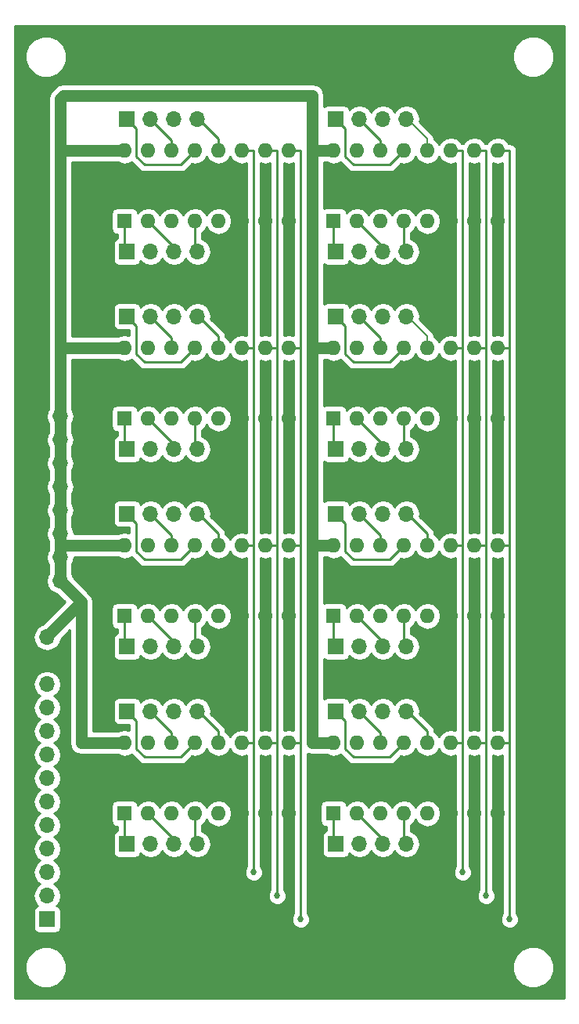
<source format=gbr>
G04 #@! TF.FileFunction,Copper,L2,Bot,Signal*
%FSLAX46Y46*%
G04 Gerber Fmt 4.6, Leading zero omitted, Abs format (unit mm)*
G04 Created by KiCad (PCBNEW 4.0.7) date 05/15/18 20:27:53*
%MOMM*%
%LPD*%
G01*
G04 APERTURE LIST*
%ADD10C,0.100000*%
%ADD11R,1.700000X1.700000*%
%ADD12O,1.700000X1.700000*%
%ADD13R,1.600000X1.600000*%
%ADD14O,1.600000X1.600000*%
%ADD15C,0.685800*%
%ADD16C,0.254000*%
%ADD17C,0.203200*%
%ADD18C,1.270000*%
G04 APERTURE END LIST*
D10*
D11*
X37084000Y-78486000D03*
D12*
X39624000Y-78486000D03*
X42164000Y-78486000D03*
X44704000Y-78486000D03*
D11*
X37084000Y-64135000D03*
D12*
X39624000Y-64135000D03*
X42164000Y-64135000D03*
X44704000Y-64135000D03*
D13*
X36830000Y-75184000D03*
D14*
X54610000Y-67564000D03*
X39370000Y-75184000D03*
X52070000Y-67564000D03*
X41910000Y-75184000D03*
X49530000Y-67564000D03*
X44450000Y-75184000D03*
X46990000Y-67564000D03*
X46990000Y-75184000D03*
X44450000Y-67564000D03*
X49530000Y-75184000D03*
X41910000Y-67564000D03*
X52070000Y-75184000D03*
X39370000Y-67564000D03*
X54610000Y-75184000D03*
X36830000Y-67564000D03*
D13*
X59436000Y-75184000D03*
D14*
X77216000Y-67564000D03*
X61976000Y-75184000D03*
X74676000Y-67564000D03*
X64516000Y-75184000D03*
X72136000Y-67564000D03*
X67056000Y-75184000D03*
X69596000Y-67564000D03*
X69596000Y-75184000D03*
X67056000Y-67564000D03*
X72136000Y-75184000D03*
X64516000Y-67564000D03*
X74676000Y-75184000D03*
X61976000Y-67564000D03*
X77216000Y-75184000D03*
X59436000Y-67564000D03*
D11*
X59690000Y-64135000D03*
D12*
X62230000Y-64135000D03*
X64770000Y-64135000D03*
X67310000Y-64135000D03*
D11*
X59690000Y-78486000D03*
D12*
X62230000Y-78486000D03*
X64770000Y-78486000D03*
X67310000Y-78486000D03*
D11*
X59690000Y-57150000D03*
D12*
X62230000Y-57150000D03*
X64770000Y-57150000D03*
X67310000Y-57150000D03*
D11*
X59690000Y-42799000D03*
D12*
X62230000Y-42799000D03*
X64770000Y-42799000D03*
X67310000Y-42799000D03*
D13*
X59436000Y-53848000D03*
D14*
X77216000Y-46228000D03*
X61976000Y-53848000D03*
X74676000Y-46228000D03*
X64516000Y-53848000D03*
X72136000Y-46228000D03*
X67056000Y-53848000D03*
X69596000Y-46228000D03*
X69596000Y-53848000D03*
X67056000Y-46228000D03*
X72136000Y-53848000D03*
X64516000Y-46228000D03*
X74676000Y-53848000D03*
X61976000Y-46228000D03*
X77216000Y-53848000D03*
X59436000Y-46228000D03*
D13*
X36830000Y-53848000D03*
D14*
X54610000Y-46228000D03*
X39370000Y-53848000D03*
X52070000Y-46228000D03*
X41910000Y-53848000D03*
X49530000Y-46228000D03*
X44450000Y-53848000D03*
X46990000Y-46228000D03*
X46990000Y-53848000D03*
X44450000Y-46228000D03*
X49530000Y-53848000D03*
X41910000Y-46228000D03*
X52070000Y-53848000D03*
X39370000Y-46228000D03*
X54610000Y-53848000D03*
X36830000Y-46228000D03*
D11*
X37084000Y-42799000D03*
D12*
X39624000Y-42799000D03*
X42164000Y-42799000D03*
X44704000Y-42799000D03*
D11*
X37084000Y-57150000D03*
D12*
X39624000Y-57150000D03*
X42164000Y-57150000D03*
X44704000Y-57150000D03*
D11*
X37084000Y-99822000D03*
D12*
X39624000Y-99822000D03*
X42164000Y-99822000D03*
X44704000Y-99822000D03*
D11*
X37084000Y-85471000D03*
D12*
X39624000Y-85471000D03*
X42164000Y-85471000D03*
X44704000Y-85471000D03*
D13*
X36830000Y-96520000D03*
D14*
X54610000Y-88900000D03*
X39370000Y-96520000D03*
X52070000Y-88900000D03*
X41910000Y-96520000D03*
X49530000Y-88900000D03*
X44450000Y-96520000D03*
X46990000Y-88900000D03*
X46990000Y-96520000D03*
X44450000Y-88900000D03*
X49530000Y-96520000D03*
X41910000Y-88900000D03*
X52070000Y-96520000D03*
X39370000Y-88900000D03*
X54610000Y-96520000D03*
X36830000Y-88900000D03*
D13*
X59436000Y-96520000D03*
D14*
X77216000Y-88900000D03*
X61976000Y-96520000D03*
X74676000Y-88900000D03*
X64516000Y-96520000D03*
X72136000Y-88900000D03*
X67056000Y-96520000D03*
X69596000Y-88900000D03*
X69596000Y-96520000D03*
X67056000Y-88900000D03*
X72136000Y-96520000D03*
X64516000Y-88900000D03*
X74676000Y-96520000D03*
X61976000Y-88900000D03*
X77216000Y-96520000D03*
X59436000Y-88900000D03*
D11*
X59690000Y-85471000D03*
D12*
X62230000Y-85471000D03*
X64770000Y-85471000D03*
X67310000Y-85471000D03*
D11*
X59690000Y-99822000D03*
D12*
X62230000Y-99822000D03*
X64770000Y-99822000D03*
X67310000Y-99822000D03*
D11*
X59690000Y-121158000D03*
D12*
X62230000Y-121158000D03*
X64770000Y-121158000D03*
X67310000Y-121158000D03*
D11*
X59690000Y-106807000D03*
D12*
X62230000Y-106807000D03*
X64770000Y-106807000D03*
X67310000Y-106807000D03*
D13*
X59436000Y-117856000D03*
D14*
X77216000Y-110236000D03*
X61976000Y-117856000D03*
X74676000Y-110236000D03*
X64516000Y-117856000D03*
X72136000Y-110236000D03*
X67056000Y-117856000D03*
X69596000Y-110236000D03*
X69596000Y-117856000D03*
X67056000Y-110236000D03*
X72136000Y-117856000D03*
X64516000Y-110236000D03*
X74676000Y-117856000D03*
X61976000Y-110236000D03*
X77216000Y-117856000D03*
X59436000Y-110236000D03*
D11*
X28448000Y-129286000D03*
D12*
X28448000Y-126746000D03*
X28448000Y-124206000D03*
X28448000Y-121666000D03*
X28448000Y-119126000D03*
X28448000Y-116586000D03*
X28448000Y-114046000D03*
X28448000Y-111506000D03*
X28448000Y-108966000D03*
X28448000Y-106426000D03*
X28448000Y-103886000D03*
X28448000Y-101346000D03*
X28448000Y-98806000D03*
D13*
X36830000Y-117856000D03*
D14*
X54610000Y-110236000D03*
X39370000Y-117856000D03*
X52070000Y-110236000D03*
X41910000Y-117856000D03*
X49530000Y-110236000D03*
X44450000Y-117856000D03*
X46990000Y-110236000D03*
X46990000Y-117856000D03*
X44450000Y-110236000D03*
X49530000Y-117856000D03*
X41910000Y-110236000D03*
X52070000Y-117856000D03*
X39370000Y-110236000D03*
X54610000Y-117856000D03*
X36830000Y-110236000D03*
D11*
X37084000Y-106807000D03*
D12*
X39624000Y-106807000D03*
X42164000Y-106807000D03*
X44704000Y-106807000D03*
D11*
X37084000Y-121158000D03*
D12*
X39624000Y-121158000D03*
X42164000Y-121158000D03*
X44704000Y-121158000D03*
D11*
X27305000Y-74930000D03*
D12*
X29845000Y-74930000D03*
X27305000Y-77470000D03*
X29845000Y-77470000D03*
X27305000Y-80010000D03*
X29845000Y-80010000D03*
X27305000Y-82550000D03*
X29845000Y-82550000D03*
X27305000Y-85090000D03*
X29845000Y-85090000D03*
X27305000Y-87630000D03*
X29845000Y-87630000D03*
X27305000Y-90170000D03*
X29845000Y-90170000D03*
X27305000Y-92710000D03*
X29845000Y-92710000D03*
D15*
X50800000Y-124206000D03*
X73406000Y-124206000D03*
X53340000Y-126746000D03*
X75946000Y-126746000D03*
X55880000Y-129286000D03*
X78486000Y-129286000D03*
D16*
X50800000Y-67564000D02*
X49530000Y-67564000D01*
X50800000Y-88900000D02*
X49530000Y-88900000D01*
X50800000Y-110236000D02*
X49530000Y-110236000D01*
X73406000Y-110236000D02*
X72136000Y-110236000D01*
X73406000Y-88900000D02*
X72136000Y-88900000D01*
X73406000Y-67564000D02*
X72136000Y-67564000D01*
X50800000Y-124206000D02*
X50800000Y-46228000D01*
X50800000Y-46228000D02*
X49530000Y-46228000D01*
X72136000Y-46228000D02*
X73406000Y-46228000D01*
X73406000Y-46228000D02*
X73406000Y-124206000D01*
D17*
X50800000Y-61976000D02*
X50800000Y-67564000D01*
X50800000Y-59436000D02*
X50800000Y-46228000D01*
X50800000Y-60706000D02*
X50800000Y-59436000D01*
X50800000Y-60706000D02*
X50800000Y-61976000D01*
X50800000Y-80772000D02*
X50800000Y-67564000D01*
X50800000Y-82042000D02*
X50800000Y-80772000D01*
X73406000Y-82042000D02*
X73406000Y-80772000D01*
X73406000Y-80772000D02*
X73406000Y-67564000D01*
X73406000Y-60706000D02*
X73406000Y-61976000D01*
X73406000Y-61976000D02*
X73406000Y-67564000D01*
X73406000Y-59436000D02*
X73406000Y-46228000D01*
X73406000Y-60706000D02*
X73406000Y-59436000D01*
X50800000Y-46228000D02*
X49530000Y-46228000D01*
X50800000Y-83312000D02*
X50800000Y-88900000D01*
X50800000Y-82042000D02*
X50800000Y-83312000D01*
X50800000Y-102108000D02*
X50800000Y-88900000D01*
X50800000Y-103378000D02*
X50800000Y-102108000D01*
X73406000Y-103378000D02*
X73406000Y-102108000D01*
X73406000Y-102108000D02*
X73406000Y-88900000D01*
X73406000Y-82042000D02*
X73406000Y-83312000D01*
X73406000Y-83312000D02*
X73406000Y-88900000D01*
X73406000Y-104648000D02*
X73406000Y-110236000D01*
X73406000Y-103378000D02*
X73406000Y-104648000D01*
X73406000Y-123444000D02*
X73406000Y-110236000D01*
X73406000Y-124206000D02*
X73406000Y-123444000D01*
X50800000Y-124206000D02*
X50800000Y-123444000D01*
X50800000Y-123444000D02*
X50800000Y-110236000D01*
X50800000Y-103378000D02*
X50800000Y-104648000D01*
X50800000Y-104648000D02*
X50800000Y-110236000D01*
D16*
X53340000Y-67564000D02*
X52070000Y-67564000D01*
X53340000Y-88900000D02*
X52070000Y-88900000D01*
X53340000Y-110236000D02*
X52070000Y-110236000D01*
X75946000Y-110236000D02*
X74676000Y-110236000D01*
X75946000Y-88900000D02*
X74676000Y-88900000D01*
X75946000Y-67564000D02*
X74676000Y-67564000D01*
X52070000Y-46228000D02*
X53340000Y-46228000D01*
X53340000Y-46228000D02*
X53340000Y-67564000D01*
X53340000Y-67564000D02*
X53340000Y-126746000D01*
X75946000Y-126746000D02*
X75946000Y-46228000D01*
X75946000Y-46228000D02*
X74676000Y-46228000D01*
D17*
X53340000Y-126746000D02*
X53340000Y-124714000D01*
X53340000Y-124714000D02*
X53340000Y-123444000D01*
X53340000Y-123444000D02*
X53340000Y-110236000D01*
X75946000Y-124714000D02*
X75946000Y-126746000D01*
X75946000Y-110236000D02*
X75946000Y-123444000D01*
X75946000Y-124714000D02*
X75946000Y-123444000D01*
X53340000Y-60706000D02*
X53340000Y-61976000D01*
X53340000Y-59436000D02*
X53340000Y-46228000D01*
X53340000Y-60706000D02*
X53340000Y-59436000D01*
X53340000Y-61976000D02*
X53340000Y-67564000D01*
X53340000Y-80772000D02*
X53340000Y-67564000D01*
X53340000Y-82042000D02*
X53340000Y-80772000D01*
X75946000Y-82042000D02*
X75946000Y-80772000D01*
X75946000Y-80772000D02*
X75946000Y-67564000D01*
X75946000Y-60706000D02*
X75946000Y-61976000D01*
X75946000Y-60706000D02*
X75946000Y-59436000D01*
X75946000Y-59436000D02*
X75946000Y-46228000D01*
X75946000Y-61976000D02*
X75946000Y-67564000D01*
X75946000Y-46228000D02*
X74676000Y-46228000D01*
X53340000Y-82042000D02*
X53340000Y-83312000D01*
X53340000Y-83312000D02*
X53340000Y-88900000D01*
X53340000Y-102108000D02*
X53340000Y-88900000D01*
X53340000Y-103378000D02*
X53340000Y-104648000D01*
X53340000Y-104648000D02*
X53340000Y-110236000D01*
X53340000Y-103378000D02*
X53340000Y-102108000D01*
X75946000Y-103378000D02*
X75946000Y-102108000D01*
X75946000Y-102108000D02*
X75946000Y-88900000D01*
X75946000Y-82042000D02*
X75946000Y-83312000D01*
X75946000Y-83312000D02*
X75946000Y-88900000D01*
X75946000Y-104648000D02*
X75946000Y-110236000D01*
X75946000Y-103378000D02*
X75946000Y-104648000D01*
D16*
X55880000Y-67564000D02*
X54610000Y-67564000D01*
X55880000Y-88900000D02*
X54610000Y-88900000D01*
X55880000Y-110236000D02*
X54610000Y-110236000D01*
X78486000Y-110236000D02*
X77216000Y-110236000D01*
X78486000Y-88900000D02*
X77216000Y-88900000D01*
X78486000Y-67564000D02*
X77216000Y-67564000D01*
X55880000Y-129286000D02*
X55880000Y-46228000D01*
X55880000Y-46228000D02*
X54610000Y-46228000D01*
X77216000Y-46228000D02*
X78486000Y-46228000D01*
X78486000Y-46228000D02*
X78486000Y-129286000D01*
D17*
X55880000Y-129286000D02*
X55880000Y-124714000D01*
X55880000Y-123444000D02*
X55880000Y-110236000D01*
X55880000Y-124714000D02*
X55880000Y-123444000D01*
X78486000Y-124714000D02*
X78486000Y-129286000D01*
X78486000Y-124714000D02*
X78486000Y-123444000D01*
X78486000Y-110236000D02*
X78486000Y-123444000D01*
X55880000Y-60706000D02*
X55880000Y-61976000D01*
X55880000Y-60706000D02*
X55880000Y-59436000D01*
X55880000Y-59436000D02*
X55880000Y-46228000D01*
X55880000Y-61976000D02*
X55880000Y-67564000D01*
X55880000Y-82042000D02*
X55880000Y-80772000D01*
X55880000Y-80772000D02*
X55880000Y-67564000D01*
X78486000Y-82042000D02*
X78486000Y-80772000D01*
X78486000Y-67564000D02*
X78486000Y-80772000D01*
X78486000Y-60706000D02*
X78486000Y-61976000D01*
X78486000Y-61976000D02*
X78486000Y-67564000D01*
X78486000Y-46228000D02*
X78486000Y-59436000D01*
X78486000Y-60706000D02*
X78486000Y-59436000D01*
X55880000Y-46228000D02*
X54610000Y-46228000D01*
X55880000Y-82042000D02*
X55880000Y-83312000D01*
X55880000Y-83312000D02*
X55880000Y-88900000D01*
X55880000Y-103378000D02*
X55880000Y-102108000D01*
X55880000Y-103378000D02*
X55880000Y-104648000D01*
X55880000Y-104648000D02*
X55880000Y-110236000D01*
X55880000Y-102108000D02*
X55880000Y-88900000D01*
X78486000Y-103378000D02*
X78486000Y-102108000D01*
X78486000Y-88900000D02*
X78486000Y-102108000D01*
X78486000Y-82042000D02*
X78486000Y-83312000D01*
X78486000Y-83312000D02*
X78486000Y-88900000D01*
X78486000Y-104648000D02*
X78486000Y-110236000D01*
X78486000Y-103378000D02*
X78486000Y-104648000D01*
D16*
X44450000Y-110236000D02*
X42926000Y-111760000D01*
X42926000Y-111760000D02*
X38989000Y-111760000D01*
X38989000Y-111760000D02*
X38100000Y-110871000D01*
X38100000Y-110871000D02*
X38100000Y-107823000D01*
X38100000Y-107823000D02*
X37084000Y-106807000D01*
D17*
X38100000Y-107823000D02*
X37084000Y-106807000D01*
X38100000Y-110871000D02*
X38100000Y-107823000D01*
X38989000Y-111760000D02*
X38100000Y-110871000D01*
X42926000Y-111760000D02*
X38989000Y-111760000D01*
D16*
X41910000Y-110236000D02*
X41910000Y-109093000D01*
X41910000Y-109093000D02*
X39624000Y-106807000D01*
D17*
X41910000Y-109093000D02*
X39624000Y-106807000D01*
D16*
X46990000Y-110236000D02*
X46990000Y-108966000D01*
X46990000Y-108966000D02*
X44831000Y-106807000D01*
X44831000Y-106807000D02*
X44704000Y-106807000D01*
D17*
X44704000Y-106807000D02*
X44831000Y-106807000D01*
X44831000Y-106807000D02*
X46990000Y-108966000D01*
D16*
X36830000Y-117856000D02*
X36830000Y-120904000D01*
X36830000Y-120904000D02*
X37084000Y-121158000D01*
D17*
X36830000Y-120904000D02*
X37084000Y-121158000D01*
D16*
X42164000Y-121158000D02*
X42164000Y-120650000D01*
X42164000Y-120650000D02*
X39370000Y-117856000D01*
D17*
X42164000Y-120650000D02*
X39370000Y-117856000D01*
D16*
X44450000Y-117856000D02*
X44450000Y-120904000D01*
X44450000Y-120904000D02*
X44704000Y-121158000D01*
D17*
X44450000Y-120904000D02*
X44704000Y-121158000D01*
D16*
X67056000Y-110236000D02*
X65532000Y-111760000D01*
X65532000Y-111760000D02*
X61595000Y-111760000D01*
X61595000Y-111760000D02*
X60706000Y-110871000D01*
X60706000Y-110871000D02*
X60706000Y-107823000D01*
X60706000Y-107823000D02*
X59690000Y-106807000D01*
D17*
X65532000Y-111760000D02*
X61595000Y-111760000D01*
X61595000Y-111760000D02*
X60706000Y-110871000D01*
X60706000Y-110871000D02*
X60706000Y-107823000D01*
X60706000Y-107823000D02*
X59690000Y-106807000D01*
D16*
X64516000Y-110236000D02*
X64516000Y-109093000D01*
X64516000Y-109093000D02*
X62230000Y-106807000D01*
D17*
X64516000Y-109093000D02*
X62230000Y-106807000D01*
D16*
X67310000Y-106807000D02*
X67437000Y-106807000D01*
X67437000Y-106807000D02*
X69596000Y-108966000D01*
X69596000Y-108966000D02*
X69596000Y-110236000D01*
D17*
X69596000Y-108966000D02*
X69596000Y-110236000D01*
X67437000Y-106807000D02*
X69596000Y-108966000D01*
D16*
X59436000Y-117856000D02*
X59436000Y-120904000D01*
X59436000Y-120904000D02*
X59690000Y-121158000D01*
D17*
X59436000Y-120904000D02*
X59690000Y-121158000D01*
D16*
X64770000Y-121158000D02*
X64770000Y-120650000D01*
X64770000Y-120650000D02*
X61976000Y-117856000D01*
D17*
X64770000Y-120650000D02*
X61976000Y-117856000D01*
D16*
X67056000Y-117856000D02*
X67056000Y-120904000D01*
X67056000Y-120904000D02*
X67310000Y-121158000D01*
D17*
X67056000Y-120904000D02*
X67310000Y-121158000D01*
D16*
X44450000Y-88900000D02*
X42926000Y-90424000D01*
X42926000Y-90424000D02*
X38989000Y-90424000D01*
X38989000Y-90424000D02*
X38100000Y-89535000D01*
X38100000Y-89535000D02*
X38100000Y-86487000D01*
X38100000Y-86487000D02*
X37084000Y-85471000D01*
D17*
X42926000Y-90424000D02*
X38989000Y-90424000D01*
X38989000Y-90424000D02*
X38100000Y-89535000D01*
X38100000Y-89535000D02*
X38100000Y-86487000D01*
X38100000Y-86487000D02*
X37084000Y-85471000D01*
D16*
X41910000Y-88900000D02*
X41910000Y-87757000D01*
X41910000Y-87757000D02*
X39624000Y-85471000D01*
D17*
X41910000Y-87757000D02*
X39624000Y-85471000D01*
D16*
X46990000Y-88900000D02*
X46990000Y-87630000D01*
X46990000Y-87630000D02*
X44831000Y-85471000D01*
X44831000Y-85471000D02*
X44704000Y-85471000D01*
D17*
X44831000Y-85471000D02*
X46990000Y-87630000D01*
X44704000Y-85471000D02*
X44831000Y-85471000D01*
D16*
X36830000Y-96520000D02*
X36830000Y-99568000D01*
X36830000Y-99568000D02*
X37084000Y-99822000D01*
D17*
X36830000Y-99568000D02*
X37084000Y-99822000D01*
D16*
X42164000Y-99822000D02*
X42164000Y-99314000D01*
X42164000Y-99314000D02*
X39370000Y-96520000D01*
D17*
X42164000Y-99314000D02*
X39370000Y-96520000D01*
D16*
X44450000Y-96520000D02*
X44450000Y-99568000D01*
X44450000Y-99568000D02*
X44704000Y-99822000D01*
D17*
X44450000Y-99568000D02*
X44704000Y-99822000D01*
D16*
X67056000Y-88900000D02*
X65532000Y-90424000D01*
X65532000Y-90424000D02*
X61595000Y-90424000D01*
X61595000Y-90424000D02*
X60706000Y-89535000D01*
X60706000Y-89535000D02*
X60706000Y-86487000D01*
X60706000Y-86487000D02*
X59690000Y-85471000D01*
D17*
X60706000Y-86487000D02*
X59690000Y-85471000D01*
X60706000Y-89535000D02*
X60706000Y-86487000D01*
X61595000Y-90424000D02*
X60706000Y-89535000D01*
X65532000Y-90424000D02*
X61595000Y-90424000D01*
D16*
X64516000Y-88900000D02*
X64516000Y-87757000D01*
X64516000Y-87757000D02*
X62230000Y-85471000D01*
D17*
X64516000Y-87757000D02*
X62230000Y-85471000D01*
D16*
X69596000Y-88900000D02*
X69596000Y-87630000D01*
X69596000Y-87630000D02*
X67437000Y-85471000D01*
X67437000Y-85471000D02*
X67310000Y-85471000D01*
D17*
X67310000Y-85471000D02*
X67437000Y-85471000D01*
X67437000Y-85471000D02*
X69596000Y-87630000D01*
D16*
X59436000Y-96520000D02*
X59436000Y-99568000D01*
X59436000Y-99568000D02*
X59690000Y-99822000D01*
D17*
X59436000Y-99568000D02*
X59690000Y-99822000D01*
D16*
X64770000Y-99822000D02*
X64770000Y-99314000D01*
X64770000Y-99314000D02*
X61976000Y-96520000D01*
D17*
X64770000Y-99314000D02*
X61976000Y-96520000D01*
D16*
X67056000Y-96520000D02*
X67056000Y-99568000D01*
X67056000Y-99568000D02*
X67310000Y-99822000D01*
D17*
X67056000Y-99568000D02*
X67310000Y-99822000D01*
D16*
X44450000Y-67564000D02*
X42926000Y-69088000D01*
X42926000Y-69088000D02*
X38989000Y-69088000D01*
X38989000Y-69088000D02*
X38100000Y-68199000D01*
X38100000Y-68199000D02*
X38100000Y-65151000D01*
X38100000Y-65151000D02*
X37084000Y-64135000D01*
D17*
X42926000Y-69088000D02*
X38989000Y-69088000D01*
X38989000Y-69088000D02*
X38100000Y-68199000D01*
X38100000Y-68199000D02*
X38100000Y-65151000D01*
X38100000Y-65151000D02*
X37084000Y-64135000D01*
D16*
X41910000Y-67564000D02*
X41910000Y-66421000D01*
X41910000Y-66421000D02*
X39624000Y-64135000D01*
D17*
X41910000Y-66421000D02*
X39624000Y-64135000D01*
D16*
X46990000Y-67564000D02*
X46990000Y-66294000D01*
X46990000Y-66294000D02*
X44831000Y-64135000D01*
X44831000Y-64135000D02*
X44704000Y-64135000D01*
D17*
X44831000Y-64135000D02*
X46990000Y-66294000D01*
X44704000Y-64135000D02*
X44831000Y-64135000D01*
D16*
X36830000Y-75184000D02*
X36830000Y-78232000D01*
X36830000Y-78232000D02*
X37084000Y-78486000D01*
D17*
X36830000Y-78232000D02*
X37084000Y-78486000D01*
D16*
X42164000Y-78486000D02*
X42164000Y-77978000D01*
X42164000Y-77978000D02*
X39370000Y-75184000D01*
D17*
X42164000Y-77978000D02*
X39370000Y-75184000D01*
D16*
X44450000Y-75184000D02*
X44450000Y-78232000D01*
X44450000Y-78232000D02*
X44704000Y-78486000D01*
D17*
X44450000Y-78232000D02*
X44704000Y-78486000D01*
D16*
X67056000Y-67564000D02*
X65532000Y-69088000D01*
X65532000Y-69088000D02*
X61595000Y-69088000D01*
X61595000Y-69088000D02*
X60706000Y-68199000D01*
X60706000Y-68199000D02*
X60706000Y-65151000D01*
X60706000Y-65151000D02*
X59690000Y-64135000D01*
D17*
X60706000Y-65151000D02*
X59690000Y-64135000D01*
X60706000Y-68199000D02*
X60706000Y-65151000D01*
X61595000Y-69088000D02*
X60706000Y-68199000D01*
X65532000Y-69088000D02*
X61595000Y-69088000D01*
D16*
X64516000Y-67564000D02*
X64516000Y-66421000D01*
X64516000Y-66421000D02*
X62230000Y-64135000D01*
D17*
X64516000Y-66421000D02*
X62230000Y-64135000D01*
X67310000Y-64135000D02*
X67437000Y-64135000D01*
X67437000Y-64135000D02*
X69596000Y-66294000D01*
X69596000Y-66294000D02*
X69596000Y-67564000D01*
D16*
X59436000Y-75184000D02*
X59436000Y-78232000D01*
X59436000Y-78232000D02*
X59690000Y-78486000D01*
D17*
X59436000Y-78232000D02*
X59690000Y-78486000D01*
D16*
X64770000Y-78486000D02*
X64770000Y-77978000D01*
X64770000Y-77978000D02*
X61976000Y-75184000D01*
D17*
X64770000Y-77978000D02*
X61976000Y-75184000D01*
D16*
X67056000Y-75184000D02*
X67056000Y-78232000D01*
X67056000Y-78232000D02*
X67310000Y-78486000D01*
D17*
X67056000Y-78232000D02*
X67310000Y-78486000D01*
D16*
X44450000Y-46228000D02*
X42926000Y-47752000D01*
X42926000Y-47752000D02*
X38989000Y-47752000D01*
X38989000Y-47752000D02*
X38100000Y-46863000D01*
X38100000Y-46863000D02*
X38100000Y-43815000D01*
X38100000Y-43815000D02*
X37084000Y-42799000D01*
D17*
X38100000Y-43815000D02*
X37084000Y-42799000D01*
X38100000Y-46863000D02*
X38100000Y-43815000D01*
X38989000Y-47752000D02*
X38100000Y-46863000D01*
X42926000Y-47752000D02*
X38989000Y-47752000D01*
D16*
X41910000Y-46228000D02*
X41910000Y-45085000D01*
X41910000Y-45085000D02*
X39624000Y-42799000D01*
D17*
X41910000Y-45085000D02*
X39624000Y-42799000D01*
D16*
X46990000Y-46228000D02*
X46990000Y-44958000D01*
X46990000Y-44958000D02*
X44831000Y-42799000D01*
X44831000Y-42799000D02*
X44704000Y-42799000D01*
D17*
X44704000Y-42799000D02*
X44831000Y-42799000D01*
X44831000Y-42799000D02*
X46990000Y-44958000D01*
D16*
X36830000Y-53848000D02*
X36830000Y-56896000D01*
X36830000Y-56896000D02*
X37084000Y-57150000D01*
D17*
X36830000Y-56896000D02*
X37084000Y-57150000D01*
D16*
X42164000Y-57150000D02*
X42164000Y-56642000D01*
X42164000Y-56642000D02*
X39370000Y-53848000D01*
D17*
X42164000Y-56642000D02*
X39370000Y-53848000D01*
D16*
X44450000Y-53848000D02*
X44450000Y-56896000D01*
X44450000Y-56896000D02*
X44704000Y-57150000D01*
D17*
X44450000Y-56896000D02*
X44704000Y-57150000D01*
D16*
X67056000Y-46228000D02*
X65532000Y-47752000D01*
X65532000Y-47752000D02*
X61595000Y-47752000D01*
X61595000Y-47752000D02*
X60706000Y-46863000D01*
X60706000Y-46863000D02*
X60706000Y-43815000D01*
X60706000Y-43815000D02*
X59690000Y-42799000D01*
D17*
X65532000Y-47752000D02*
X61595000Y-47752000D01*
X61595000Y-47752000D02*
X60706000Y-46863000D01*
X60706000Y-46863000D02*
X60706000Y-43815000D01*
X60706000Y-43815000D02*
X59690000Y-42799000D01*
D16*
X64516000Y-46228000D02*
X64516000Y-45085000D01*
X64516000Y-45085000D02*
X62230000Y-42799000D01*
D17*
X64516000Y-45085000D02*
X62230000Y-42799000D01*
X69596000Y-44958000D02*
X69596000Y-46228000D01*
X67437000Y-42799000D02*
X69596000Y-44958000D01*
X67310000Y-42799000D02*
X67437000Y-42799000D01*
D16*
X59436000Y-53848000D02*
X59436000Y-56896000D01*
X59436000Y-56896000D02*
X59690000Y-57150000D01*
D17*
X59436000Y-56896000D02*
X59690000Y-57150000D01*
D16*
X64770000Y-57150000D02*
X64770000Y-56642000D01*
X64770000Y-56642000D02*
X61976000Y-53848000D01*
D17*
X64770000Y-56642000D02*
X61976000Y-53848000D01*
D16*
X67056000Y-53848000D02*
X67056000Y-56896000D01*
X67056000Y-56896000D02*
X67310000Y-57150000D01*
D17*
X67056000Y-56896000D02*
X67310000Y-57150000D01*
D18*
X29845000Y-41021000D02*
X29845000Y-40640000D01*
X30226000Y-40259000D02*
X57150000Y-40259000D01*
X57150000Y-46228000D02*
X57150000Y-40259000D01*
X29845000Y-44196000D02*
X29845000Y-46228000D01*
X29845000Y-41021000D02*
X29845000Y-44196000D01*
X29845000Y-40640000D02*
X30226000Y-40259000D01*
X28448000Y-98806000D02*
X28448000Y-98679000D01*
X28448000Y-98679000D02*
X32131000Y-94996000D01*
X29845000Y-92710000D02*
X29845000Y-90170000D01*
X32131000Y-101092000D02*
X32131000Y-94996000D01*
X32131000Y-94996000D02*
X29845000Y-92710000D01*
X59436000Y-67564000D02*
X58293000Y-67564000D01*
X58293000Y-67564000D02*
X57150000Y-67564000D01*
X57150000Y-67564000D02*
X57658000Y-67564000D01*
X57658000Y-67564000D02*
X57150000Y-67564000D01*
X59436000Y-46228000D02*
X57150000Y-46228000D01*
X57150000Y-46228000D02*
X57404000Y-46228000D01*
X57404000Y-46228000D02*
X57150000Y-46228000D01*
X59436000Y-88900000D02*
X57150000Y-88900000D01*
X57150000Y-88900000D02*
X57404000Y-88900000D01*
X57404000Y-88900000D02*
X57150000Y-88900000D01*
X57150000Y-46228000D02*
X57150000Y-65913000D01*
X57150000Y-65913000D02*
X57150000Y-67564000D01*
X57150000Y-67564000D02*
X57150000Y-88900000D01*
X57150000Y-88900000D02*
X57150000Y-110236000D01*
X57150000Y-110236000D02*
X59436000Y-110236000D01*
X36830000Y-46228000D02*
X29845000Y-46228000D01*
X29845000Y-46228000D02*
X29845000Y-67818000D01*
X32131000Y-110236000D02*
X36830000Y-110236000D01*
X32131000Y-101092000D02*
X32131000Y-110236000D01*
X36830000Y-88900000D02*
X29845000Y-88900000D01*
X29845000Y-88900000D02*
X30480000Y-88900000D01*
X30480000Y-88900000D02*
X29845000Y-88900000D01*
X29845000Y-90170000D02*
X29845000Y-88900000D01*
X29845000Y-88900000D02*
X29845000Y-87630000D01*
X29845000Y-87630000D02*
X29845000Y-85090000D01*
X29845000Y-85090000D02*
X29845000Y-82550000D01*
X29845000Y-82550000D02*
X29845000Y-80010000D01*
X29845000Y-80010000D02*
X29845000Y-77470000D01*
X29845000Y-77470000D02*
X29845000Y-74930000D01*
X29845000Y-74930000D02*
X29845000Y-67818000D01*
X29845000Y-67818000D02*
X29845000Y-67564000D01*
X29845000Y-67564000D02*
X36830000Y-67564000D01*
D16*
G36*
X84380000Y-137847000D02*
X24967000Y-137847000D01*
X24967000Y-134935619D01*
X26085613Y-134935619D01*
X26425155Y-135757372D01*
X27053321Y-136386636D01*
X27874481Y-136727611D01*
X28763619Y-136728387D01*
X29585372Y-136388845D01*
X30214636Y-135760679D01*
X30555611Y-134939519D01*
X30555614Y-134935619D01*
X78790613Y-134935619D01*
X79130155Y-135757372D01*
X79758321Y-136386636D01*
X80579481Y-136727611D01*
X81468619Y-136728387D01*
X82290372Y-136388845D01*
X82919636Y-135760679D01*
X83260611Y-134939519D01*
X83261387Y-134050381D01*
X82921845Y-133228628D01*
X82293679Y-132599364D01*
X81472519Y-132258389D01*
X80583381Y-132257613D01*
X79761628Y-132597155D01*
X79132364Y-133225321D01*
X78791389Y-134046481D01*
X78790613Y-134935619D01*
X30555614Y-134935619D01*
X30556387Y-134050381D01*
X30216845Y-133228628D01*
X29588679Y-132599364D01*
X28767519Y-132258389D01*
X27878381Y-132257613D01*
X27056628Y-132597155D01*
X26427364Y-133225321D01*
X26086389Y-134046481D01*
X26085613Y-134935619D01*
X24967000Y-134935619D01*
X24967000Y-103886000D01*
X26933907Y-103886000D01*
X27046946Y-104454285D01*
X27368853Y-104936054D01*
X27698026Y-105156000D01*
X27368853Y-105375946D01*
X27046946Y-105857715D01*
X26933907Y-106426000D01*
X27046946Y-106994285D01*
X27368853Y-107476054D01*
X27698026Y-107696000D01*
X27368853Y-107915946D01*
X27046946Y-108397715D01*
X26933907Y-108966000D01*
X27046946Y-109534285D01*
X27368853Y-110016054D01*
X27698026Y-110236000D01*
X27368853Y-110455946D01*
X27046946Y-110937715D01*
X26933907Y-111506000D01*
X27046946Y-112074285D01*
X27368853Y-112556054D01*
X27698026Y-112776000D01*
X27368853Y-112995946D01*
X27046946Y-113477715D01*
X26933907Y-114046000D01*
X27046946Y-114614285D01*
X27368853Y-115096054D01*
X27698026Y-115316000D01*
X27368853Y-115535946D01*
X27046946Y-116017715D01*
X26933907Y-116586000D01*
X27046946Y-117154285D01*
X27368853Y-117636054D01*
X27698026Y-117856000D01*
X27368853Y-118075946D01*
X27046946Y-118557715D01*
X26933907Y-119126000D01*
X27046946Y-119694285D01*
X27368853Y-120176054D01*
X27698026Y-120396000D01*
X27368853Y-120615946D01*
X27046946Y-121097715D01*
X26933907Y-121666000D01*
X27046946Y-122234285D01*
X27368853Y-122716054D01*
X27698026Y-122936000D01*
X27368853Y-123155946D01*
X27046946Y-123637715D01*
X26933907Y-124206000D01*
X27046946Y-124774285D01*
X27368853Y-125256054D01*
X27698026Y-125476000D01*
X27368853Y-125695946D01*
X27046946Y-126177715D01*
X26933907Y-126746000D01*
X27046946Y-127314285D01*
X27368853Y-127796054D01*
X27410452Y-127823850D01*
X27362683Y-127832838D01*
X27146559Y-127971910D01*
X27001569Y-128184110D01*
X26950560Y-128436000D01*
X26950560Y-130136000D01*
X26994838Y-130371317D01*
X27133910Y-130587441D01*
X27346110Y-130732431D01*
X27598000Y-130783440D01*
X29298000Y-130783440D01*
X29533317Y-130739162D01*
X29749441Y-130600090D01*
X29894431Y-130387890D01*
X29945440Y-130136000D01*
X29945440Y-128436000D01*
X29901162Y-128200683D01*
X29762090Y-127984559D01*
X29549890Y-127839569D01*
X29482459Y-127825914D01*
X29527147Y-127796054D01*
X29849054Y-127314285D01*
X29962093Y-126746000D01*
X29849054Y-126177715D01*
X29527147Y-125695946D01*
X29197974Y-125476000D01*
X29527147Y-125256054D01*
X29849054Y-124774285D01*
X29962093Y-124206000D01*
X29849054Y-123637715D01*
X29527147Y-123155946D01*
X29197974Y-122936000D01*
X29527147Y-122716054D01*
X29849054Y-122234285D01*
X29962093Y-121666000D01*
X29849054Y-121097715D01*
X29527147Y-120615946D01*
X29197974Y-120396000D01*
X29527147Y-120176054D01*
X29849054Y-119694285D01*
X29962093Y-119126000D01*
X29849054Y-118557715D01*
X29527147Y-118075946D01*
X29197974Y-117856000D01*
X29527147Y-117636054D01*
X29849054Y-117154285D01*
X29868604Y-117056000D01*
X35382560Y-117056000D01*
X35382560Y-118656000D01*
X35426838Y-118891317D01*
X35565910Y-119107441D01*
X35778110Y-119252431D01*
X36030000Y-119303440D01*
X36068000Y-119303440D01*
X36068000Y-119691795D01*
X35998683Y-119704838D01*
X35782559Y-119843910D01*
X35637569Y-120056110D01*
X35586560Y-120308000D01*
X35586560Y-122008000D01*
X35630838Y-122243317D01*
X35769910Y-122459441D01*
X35982110Y-122604431D01*
X36234000Y-122655440D01*
X37934000Y-122655440D01*
X38169317Y-122611162D01*
X38385441Y-122472090D01*
X38530431Y-122259890D01*
X38544086Y-122192459D01*
X38573946Y-122237147D01*
X39055715Y-122559054D01*
X39624000Y-122672093D01*
X40192285Y-122559054D01*
X40674054Y-122237147D01*
X40894000Y-121907974D01*
X41113946Y-122237147D01*
X41595715Y-122559054D01*
X42164000Y-122672093D01*
X42732285Y-122559054D01*
X43214054Y-122237147D01*
X43434000Y-121907974D01*
X43653946Y-122237147D01*
X44135715Y-122559054D01*
X44704000Y-122672093D01*
X45272285Y-122559054D01*
X45754054Y-122237147D01*
X46075961Y-121755378D01*
X46189000Y-121187093D01*
X46189000Y-121128907D01*
X46075961Y-120560622D01*
X45754054Y-120078853D01*
X45272285Y-119756946D01*
X45212000Y-119744955D01*
X45212000Y-119067659D01*
X45464698Y-118898811D01*
X45720000Y-118516725D01*
X45975302Y-118898811D01*
X46440849Y-119209880D01*
X46990000Y-119319113D01*
X47539151Y-119209880D01*
X48004698Y-118898811D01*
X48315767Y-118433264D01*
X48425000Y-117884113D01*
X48425000Y-117827887D01*
X48315767Y-117278736D01*
X48004698Y-116813189D01*
X47539151Y-116502120D01*
X46990000Y-116392887D01*
X46440849Y-116502120D01*
X45975302Y-116813189D01*
X45720000Y-117195275D01*
X45464698Y-116813189D01*
X44999151Y-116502120D01*
X44450000Y-116392887D01*
X43900849Y-116502120D01*
X43435302Y-116813189D01*
X43180000Y-117195275D01*
X42924698Y-116813189D01*
X42459151Y-116502120D01*
X41910000Y-116392887D01*
X41360849Y-116502120D01*
X40895302Y-116813189D01*
X40640000Y-117195275D01*
X40384698Y-116813189D01*
X39919151Y-116502120D01*
X39370000Y-116392887D01*
X38820849Y-116502120D01*
X38355302Y-116813189D01*
X38258899Y-116957465D01*
X38233162Y-116820683D01*
X38094090Y-116604559D01*
X37881890Y-116459569D01*
X37630000Y-116408560D01*
X36030000Y-116408560D01*
X35794683Y-116452838D01*
X35578559Y-116591910D01*
X35433569Y-116804110D01*
X35382560Y-117056000D01*
X29868604Y-117056000D01*
X29962093Y-116586000D01*
X29849054Y-116017715D01*
X29527147Y-115535946D01*
X29197974Y-115316000D01*
X29527147Y-115096054D01*
X29849054Y-114614285D01*
X29962093Y-114046000D01*
X29849054Y-113477715D01*
X29527147Y-112995946D01*
X29197974Y-112776000D01*
X29527147Y-112556054D01*
X29849054Y-112074285D01*
X29962093Y-111506000D01*
X29849054Y-110937715D01*
X29527147Y-110455946D01*
X29197974Y-110236000D01*
X29527147Y-110016054D01*
X29849054Y-109534285D01*
X29962093Y-108966000D01*
X29849054Y-108397715D01*
X29527147Y-107915946D01*
X29197974Y-107696000D01*
X29527147Y-107476054D01*
X29849054Y-106994285D01*
X29962093Y-106426000D01*
X29849054Y-105857715D01*
X29527147Y-105375946D01*
X29197974Y-105156000D01*
X29527147Y-104936054D01*
X29849054Y-104454285D01*
X29962093Y-103886000D01*
X29849054Y-103317715D01*
X29527147Y-102835946D01*
X29045378Y-102514039D01*
X28477093Y-102401000D01*
X28418907Y-102401000D01*
X27850622Y-102514039D01*
X27368853Y-102835946D01*
X27046946Y-103317715D01*
X26933907Y-103886000D01*
X24967000Y-103886000D01*
X24967000Y-98806000D01*
X26933907Y-98806000D01*
X27046946Y-99374285D01*
X27368853Y-99856054D01*
X27850622Y-100177961D01*
X28418907Y-100291000D01*
X28477093Y-100291000D01*
X29045378Y-100177961D01*
X29527147Y-99856054D01*
X29849054Y-99374285D01*
X29923616Y-98999436D01*
X30861000Y-98062052D01*
X30861000Y-110236000D01*
X30957673Y-110722008D01*
X31232974Y-111134026D01*
X31644992Y-111409327D01*
X32131000Y-111506000D01*
X36155314Y-111506000D01*
X36280849Y-111589880D01*
X36830000Y-111699113D01*
X37379151Y-111589880D01*
X37596213Y-111444843D01*
X38450185Y-112298815D01*
X38697395Y-112463996D01*
X38989000Y-112522000D01*
X42926000Y-112522000D01*
X43217605Y-112463996D01*
X43464815Y-112298815D01*
X44128473Y-111635157D01*
X44450000Y-111699113D01*
X44999151Y-111589880D01*
X45464698Y-111278811D01*
X45720000Y-110896725D01*
X45975302Y-111278811D01*
X46440849Y-111589880D01*
X46990000Y-111699113D01*
X47539151Y-111589880D01*
X48004698Y-111278811D01*
X48260000Y-110896725D01*
X48515302Y-111278811D01*
X48980849Y-111589880D01*
X49530000Y-111699113D01*
X50038000Y-111598065D01*
X50038000Y-123584917D01*
X49971460Y-123651341D01*
X49822270Y-124010630D01*
X49821931Y-124399663D01*
X49970493Y-124759212D01*
X50245341Y-125034540D01*
X50604630Y-125183730D01*
X50993663Y-125184069D01*
X51353212Y-125035507D01*
X51628540Y-124760659D01*
X51777730Y-124401370D01*
X51778069Y-124012337D01*
X51629507Y-123652788D01*
X51562000Y-123585163D01*
X51562000Y-111598065D01*
X52070000Y-111699113D01*
X52578000Y-111598065D01*
X52578000Y-126124917D01*
X52511460Y-126191341D01*
X52362270Y-126550630D01*
X52361931Y-126939663D01*
X52510493Y-127299212D01*
X52785341Y-127574540D01*
X53144630Y-127723730D01*
X53533663Y-127724069D01*
X53893212Y-127575507D01*
X54168540Y-127300659D01*
X54317730Y-126941370D01*
X54318069Y-126552337D01*
X54169507Y-126192788D01*
X54102000Y-126125163D01*
X54102000Y-111598065D01*
X54610000Y-111699113D01*
X55118000Y-111598065D01*
X55118000Y-128664917D01*
X55051460Y-128731341D01*
X54902270Y-129090630D01*
X54901931Y-129479663D01*
X55050493Y-129839212D01*
X55325341Y-130114540D01*
X55684630Y-130263730D01*
X56073663Y-130264069D01*
X56433212Y-130115507D01*
X56708540Y-129840659D01*
X56857730Y-129481370D01*
X56858069Y-129092337D01*
X56709507Y-128732788D01*
X56642000Y-128665163D01*
X56642000Y-117056000D01*
X57988560Y-117056000D01*
X57988560Y-118656000D01*
X58032838Y-118891317D01*
X58171910Y-119107441D01*
X58384110Y-119252431D01*
X58636000Y-119303440D01*
X58674000Y-119303440D01*
X58674000Y-119691795D01*
X58604683Y-119704838D01*
X58388559Y-119843910D01*
X58243569Y-120056110D01*
X58192560Y-120308000D01*
X58192560Y-122008000D01*
X58236838Y-122243317D01*
X58375910Y-122459441D01*
X58588110Y-122604431D01*
X58840000Y-122655440D01*
X60540000Y-122655440D01*
X60775317Y-122611162D01*
X60991441Y-122472090D01*
X61136431Y-122259890D01*
X61150086Y-122192459D01*
X61179946Y-122237147D01*
X61661715Y-122559054D01*
X62230000Y-122672093D01*
X62798285Y-122559054D01*
X63280054Y-122237147D01*
X63500000Y-121907974D01*
X63719946Y-122237147D01*
X64201715Y-122559054D01*
X64770000Y-122672093D01*
X65338285Y-122559054D01*
X65820054Y-122237147D01*
X66040000Y-121907974D01*
X66259946Y-122237147D01*
X66741715Y-122559054D01*
X67310000Y-122672093D01*
X67878285Y-122559054D01*
X68360054Y-122237147D01*
X68681961Y-121755378D01*
X68795000Y-121187093D01*
X68795000Y-121128907D01*
X68681961Y-120560622D01*
X68360054Y-120078853D01*
X67878285Y-119756946D01*
X67818000Y-119744955D01*
X67818000Y-119067659D01*
X68070698Y-118898811D01*
X68326000Y-118516725D01*
X68581302Y-118898811D01*
X69046849Y-119209880D01*
X69596000Y-119319113D01*
X70145151Y-119209880D01*
X70610698Y-118898811D01*
X70921767Y-118433264D01*
X71031000Y-117884113D01*
X71031000Y-117827887D01*
X70921767Y-117278736D01*
X70610698Y-116813189D01*
X70145151Y-116502120D01*
X69596000Y-116392887D01*
X69046849Y-116502120D01*
X68581302Y-116813189D01*
X68326000Y-117195275D01*
X68070698Y-116813189D01*
X67605151Y-116502120D01*
X67056000Y-116392887D01*
X66506849Y-116502120D01*
X66041302Y-116813189D01*
X65786000Y-117195275D01*
X65530698Y-116813189D01*
X65065151Y-116502120D01*
X64516000Y-116392887D01*
X63966849Y-116502120D01*
X63501302Y-116813189D01*
X63246000Y-117195275D01*
X62990698Y-116813189D01*
X62525151Y-116502120D01*
X61976000Y-116392887D01*
X61426849Y-116502120D01*
X60961302Y-116813189D01*
X60864899Y-116957465D01*
X60839162Y-116820683D01*
X60700090Y-116604559D01*
X60487890Y-116459569D01*
X60236000Y-116408560D01*
X58636000Y-116408560D01*
X58400683Y-116452838D01*
X58184559Y-116591910D01*
X58039569Y-116804110D01*
X57988560Y-117056000D01*
X56642000Y-117056000D01*
X56642000Y-111394632D01*
X56663992Y-111409327D01*
X57150000Y-111506000D01*
X58761314Y-111506000D01*
X58886849Y-111589880D01*
X59436000Y-111699113D01*
X59985151Y-111589880D01*
X60202213Y-111444843D01*
X61056185Y-112298815D01*
X61303395Y-112463996D01*
X61595000Y-112522000D01*
X65532000Y-112522000D01*
X65823605Y-112463996D01*
X66070815Y-112298815D01*
X66734473Y-111635157D01*
X67056000Y-111699113D01*
X67605151Y-111589880D01*
X68070698Y-111278811D01*
X68326000Y-110896725D01*
X68581302Y-111278811D01*
X69046849Y-111589880D01*
X69596000Y-111699113D01*
X70145151Y-111589880D01*
X70610698Y-111278811D01*
X70866000Y-110896725D01*
X71121302Y-111278811D01*
X71586849Y-111589880D01*
X72136000Y-111699113D01*
X72644000Y-111598065D01*
X72644000Y-123584917D01*
X72577460Y-123651341D01*
X72428270Y-124010630D01*
X72427931Y-124399663D01*
X72576493Y-124759212D01*
X72851341Y-125034540D01*
X73210630Y-125183730D01*
X73599663Y-125184069D01*
X73959212Y-125035507D01*
X74234540Y-124760659D01*
X74383730Y-124401370D01*
X74384069Y-124012337D01*
X74235507Y-123652788D01*
X74168000Y-123585163D01*
X74168000Y-111598065D01*
X74676000Y-111699113D01*
X75184000Y-111598065D01*
X75184000Y-126124917D01*
X75117460Y-126191341D01*
X74968270Y-126550630D01*
X74967931Y-126939663D01*
X75116493Y-127299212D01*
X75391341Y-127574540D01*
X75750630Y-127723730D01*
X76139663Y-127724069D01*
X76499212Y-127575507D01*
X76774540Y-127300659D01*
X76923730Y-126941370D01*
X76924069Y-126552337D01*
X76775507Y-126192788D01*
X76708000Y-126125163D01*
X76708000Y-111598065D01*
X77216000Y-111699113D01*
X77724000Y-111598065D01*
X77724000Y-128664917D01*
X77657460Y-128731341D01*
X77508270Y-129090630D01*
X77507931Y-129479663D01*
X77656493Y-129839212D01*
X77931341Y-130114540D01*
X78290630Y-130263730D01*
X78679663Y-130264069D01*
X79039212Y-130115507D01*
X79314540Y-129840659D01*
X79463730Y-129481370D01*
X79464069Y-129092337D01*
X79315507Y-128732788D01*
X79248000Y-128665163D01*
X79248000Y-46228000D01*
X79189996Y-45936395D01*
X79024815Y-45689185D01*
X78777605Y-45524004D01*
X78486000Y-45466000D01*
X78418330Y-45466000D01*
X78230698Y-45185189D01*
X77765151Y-44874120D01*
X77216000Y-44764887D01*
X76666849Y-44874120D01*
X76201302Y-45185189D01*
X76005731Y-45477881D01*
X75946000Y-45466000D01*
X75878330Y-45466000D01*
X75690698Y-45185189D01*
X75225151Y-44874120D01*
X74676000Y-44764887D01*
X74126849Y-44874120D01*
X73661302Y-45185189D01*
X73465731Y-45477881D01*
X73406000Y-45466000D01*
X73338330Y-45466000D01*
X73150698Y-45185189D01*
X72685151Y-44874120D01*
X72136000Y-44764887D01*
X71586849Y-44874120D01*
X71121302Y-45185189D01*
X70866000Y-45567275D01*
X70610698Y-45185189D01*
X70332600Y-44999370D01*
X70332600Y-44958000D01*
X70276530Y-44676115D01*
X70116855Y-44437145D01*
X68747351Y-43067641D01*
X68795000Y-42828093D01*
X68795000Y-42769907D01*
X68681961Y-42201622D01*
X68360054Y-41719853D01*
X67878285Y-41397946D01*
X67310000Y-41284907D01*
X66741715Y-41397946D01*
X66259946Y-41719853D01*
X66040000Y-42049026D01*
X65820054Y-41719853D01*
X65338285Y-41397946D01*
X64770000Y-41284907D01*
X64201715Y-41397946D01*
X63719946Y-41719853D01*
X63500000Y-42049026D01*
X63280054Y-41719853D01*
X62798285Y-41397946D01*
X62230000Y-41284907D01*
X61661715Y-41397946D01*
X61179946Y-41719853D01*
X61152150Y-41761452D01*
X61143162Y-41713683D01*
X61004090Y-41497559D01*
X60791890Y-41352569D01*
X60540000Y-41301560D01*
X58840000Y-41301560D01*
X58604683Y-41345838D01*
X58420000Y-41464678D01*
X58420000Y-40259000D01*
X58323327Y-39772992D01*
X58048026Y-39360974D01*
X57636008Y-39085673D01*
X57150000Y-38989000D01*
X30226000Y-38989000D01*
X29739992Y-39085673D01*
X29327974Y-39360974D01*
X29327972Y-39360977D01*
X28946974Y-39741974D01*
X28671673Y-40153992D01*
X28574999Y-40640000D01*
X28575000Y-40640005D01*
X28575000Y-74165578D01*
X28443946Y-74361715D01*
X28330907Y-74930000D01*
X28443946Y-75498285D01*
X28575000Y-75694422D01*
X28575000Y-76705578D01*
X28443946Y-76901715D01*
X28330907Y-77470000D01*
X28443946Y-78038285D01*
X28575000Y-78234422D01*
X28575000Y-79245578D01*
X28443946Y-79441715D01*
X28330907Y-80010000D01*
X28443946Y-80578285D01*
X28575000Y-80774422D01*
X28575000Y-81785578D01*
X28443946Y-81981715D01*
X28330907Y-82550000D01*
X28443946Y-83118285D01*
X28575000Y-83314422D01*
X28575000Y-84325578D01*
X28443946Y-84521715D01*
X28330907Y-85090000D01*
X28443946Y-85658285D01*
X28575000Y-85854422D01*
X28575000Y-86865578D01*
X28443946Y-87061715D01*
X28330907Y-87630000D01*
X28443946Y-88198285D01*
X28575000Y-88394422D01*
X28575000Y-89405578D01*
X28443946Y-89601715D01*
X28330907Y-90170000D01*
X28443946Y-90738285D01*
X28575000Y-90934422D01*
X28575000Y-91945578D01*
X28443946Y-92141715D01*
X28330907Y-92710000D01*
X28443946Y-93278285D01*
X28765853Y-93760054D01*
X29247622Y-94081961D01*
X29463937Y-94124989D01*
X30334949Y-94996000D01*
X27908402Y-97422546D01*
X27850622Y-97434039D01*
X27368853Y-97755946D01*
X27046946Y-98237715D01*
X26933907Y-98806000D01*
X24967000Y-98806000D01*
X24967000Y-36510619D01*
X26085613Y-36510619D01*
X26425155Y-37332372D01*
X27053321Y-37961636D01*
X27874481Y-38302611D01*
X28763619Y-38303387D01*
X29585372Y-37963845D01*
X30214636Y-37335679D01*
X30555611Y-36514519D01*
X30555614Y-36510619D01*
X78790613Y-36510619D01*
X79130155Y-37332372D01*
X79758321Y-37961636D01*
X80579481Y-38302611D01*
X81468619Y-38303387D01*
X82290372Y-37963845D01*
X82919636Y-37335679D01*
X83260611Y-36514519D01*
X83261387Y-35625381D01*
X82921845Y-34803628D01*
X82293679Y-34174364D01*
X81472519Y-33833389D01*
X80583381Y-33832613D01*
X79761628Y-34172155D01*
X79132364Y-34800321D01*
X78791389Y-35621481D01*
X78790613Y-36510619D01*
X30555614Y-36510619D01*
X30556387Y-35625381D01*
X30216845Y-34803628D01*
X29588679Y-34174364D01*
X28767519Y-33833389D01*
X27878381Y-33832613D01*
X27056628Y-34172155D01*
X26427364Y-34800321D01*
X26086389Y-35621481D01*
X26085613Y-36510619D01*
X24967000Y-36510619D01*
X24967000Y-32714000D01*
X84380000Y-32714000D01*
X84380000Y-137847000D01*
X84380000Y-137847000D01*
G37*
X84380000Y-137847000D02*
X24967000Y-137847000D01*
X24967000Y-134935619D01*
X26085613Y-134935619D01*
X26425155Y-135757372D01*
X27053321Y-136386636D01*
X27874481Y-136727611D01*
X28763619Y-136728387D01*
X29585372Y-136388845D01*
X30214636Y-135760679D01*
X30555611Y-134939519D01*
X30555614Y-134935619D01*
X78790613Y-134935619D01*
X79130155Y-135757372D01*
X79758321Y-136386636D01*
X80579481Y-136727611D01*
X81468619Y-136728387D01*
X82290372Y-136388845D01*
X82919636Y-135760679D01*
X83260611Y-134939519D01*
X83261387Y-134050381D01*
X82921845Y-133228628D01*
X82293679Y-132599364D01*
X81472519Y-132258389D01*
X80583381Y-132257613D01*
X79761628Y-132597155D01*
X79132364Y-133225321D01*
X78791389Y-134046481D01*
X78790613Y-134935619D01*
X30555614Y-134935619D01*
X30556387Y-134050381D01*
X30216845Y-133228628D01*
X29588679Y-132599364D01*
X28767519Y-132258389D01*
X27878381Y-132257613D01*
X27056628Y-132597155D01*
X26427364Y-133225321D01*
X26086389Y-134046481D01*
X26085613Y-134935619D01*
X24967000Y-134935619D01*
X24967000Y-103886000D01*
X26933907Y-103886000D01*
X27046946Y-104454285D01*
X27368853Y-104936054D01*
X27698026Y-105156000D01*
X27368853Y-105375946D01*
X27046946Y-105857715D01*
X26933907Y-106426000D01*
X27046946Y-106994285D01*
X27368853Y-107476054D01*
X27698026Y-107696000D01*
X27368853Y-107915946D01*
X27046946Y-108397715D01*
X26933907Y-108966000D01*
X27046946Y-109534285D01*
X27368853Y-110016054D01*
X27698026Y-110236000D01*
X27368853Y-110455946D01*
X27046946Y-110937715D01*
X26933907Y-111506000D01*
X27046946Y-112074285D01*
X27368853Y-112556054D01*
X27698026Y-112776000D01*
X27368853Y-112995946D01*
X27046946Y-113477715D01*
X26933907Y-114046000D01*
X27046946Y-114614285D01*
X27368853Y-115096054D01*
X27698026Y-115316000D01*
X27368853Y-115535946D01*
X27046946Y-116017715D01*
X26933907Y-116586000D01*
X27046946Y-117154285D01*
X27368853Y-117636054D01*
X27698026Y-117856000D01*
X27368853Y-118075946D01*
X27046946Y-118557715D01*
X26933907Y-119126000D01*
X27046946Y-119694285D01*
X27368853Y-120176054D01*
X27698026Y-120396000D01*
X27368853Y-120615946D01*
X27046946Y-121097715D01*
X26933907Y-121666000D01*
X27046946Y-122234285D01*
X27368853Y-122716054D01*
X27698026Y-122936000D01*
X27368853Y-123155946D01*
X27046946Y-123637715D01*
X26933907Y-124206000D01*
X27046946Y-124774285D01*
X27368853Y-125256054D01*
X27698026Y-125476000D01*
X27368853Y-125695946D01*
X27046946Y-126177715D01*
X26933907Y-126746000D01*
X27046946Y-127314285D01*
X27368853Y-127796054D01*
X27410452Y-127823850D01*
X27362683Y-127832838D01*
X27146559Y-127971910D01*
X27001569Y-128184110D01*
X26950560Y-128436000D01*
X26950560Y-130136000D01*
X26994838Y-130371317D01*
X27133910Y-130587441D01*
X27346110Y-130732431D01*
X27598000Y-130783440D01*
X29298000Y-130783440D01*
X29533317Y-130739162D01*
X29749441Y-130600090D01*
X29894431Y-130387890D01*
X29945440Y-130136000D01*
X29945440Y-128436000D01*
X29901162Y-128200683D01*
X29762090Y-127984559D01*
X29549890Y-127839569D01*
X29482459Y-127825914D01*
X29527147Y-127796054D01*
X29849054Y-127314285D01*
X29962093Y-126746000D01*
X29849054Y-126177715D01*
X29527147Y-125695946D01*
X29197974Y-125476000D01*
X29527147Y-125256054D01*
X29849054Y-124774285D01*
X29962093Y-124206000D01*
X29849054Y-123637715D01*
X29527147Y-123155946D01*
X29197974Y-122936000D01*
X29527147Y-122716054D01*
X29849054Y-122234285D01*
X29962093Y-121666000D01*
X29849054Y-121097715D01*
X29527147Y-120615946D01*
X29197974Y-120396000D01*
X29527147Y-120176054D01*
X29849054Y-119694285D01*
X29962093Y-119126000D01*
X29849054Y-118557715D01*
X29527147Y-118075946D01*
X29197974Y-117856000D01*
X29527147Y-117636054D01*
X29849054Y-117154285D01*
X29868604Y-117056000D01*
X35382560Y-117056000D01*
X35382560Y-118656000D01*
X35426838Y-118891317D01*
X35565910Y-119107441D01*
X35778110Y-119252431D01*
X36030000Y-119303440D01*
X36068000Y-119303440D01*
X36068000Y-119691795D01*
X35998683Y-119704838D01*
X35782559Y-119843910D01*
X35637569Y-120056110D01*
X35586560Y-120308000D01*
X35586560Y-122008000D01*
X35630838Y-122243317D01*
X35769910Y-122459441D01*
X35982110Y-122604431D01*
X36234000Y-122655440D01*
X37934000Y-122655440D01*
X38169317Y-122611162D01*
X38385441Y-122472090D01*
X38530431Y-122259890D01*
X38544086Y-122192459D01*
X38573946Y-122237147D01*
X39055715Y-122559054D01*
X39624000Y-122672093D01*
X40192285Y-122559054D01*
X40674054Y-122237147D01*
X40894000Y-121907974D01*
X41113946Y-122237147D01*
X41595715Y-122559054D01*
X42164000Y-122672093D01*
X42732285Y-122559054D01*
X43214054Y-122237147D01*
X43434000Y-121907974D01*
X43653946Y-122237147D01*
X44135715Y-122559054D01*
X44704000Y-122672093D01*
X45272285Y-122559054D01*
X45754054Y-122237147D01*
X46075961Y-121755378D01*
X46189000Y-121187093D01*
X46189000Y-121128907D01*
X46075961Y-120560622D01*
X45754054Y-120078853D01*
X45272285Y-119756946D01*
X45212000Y-119744955D01*
X45212000Y-119067659D01*
X45464698Y-118898811D01*
X45720000Y-118516725D01*
X45975302Y-118898811D01*
X46440849Y-119209880D01*
X46990000Y-119319113D01*
X47539151Y-119209880D01*
X48004698Y-118898811D01*
X48315767Y-118433264D01*
X48425000Y-117884113D01*
X48425000Y-117827887D01*
X48315767Y-117278736D01*
X48004698Y-116813189D01*
X47539151Y-116502120D01*
X46990000Y-116392887D01*
X46440849Y-116502120D01*
X45975302Y-116813189D01*
X45720000Y-117195275D01*
X45464698Y-116813189D01*
X44999151Y-116502120D01*
X44450000Y-116392887D01*
X43900849Y-116502120D01*
X43435302Y-116813189D01*
X43180000Y-117195275D01*
X42924698Y-116813189D01*
X42459151Y-116502120D01*
X41910000Y-116392887D01*
X41360849Y-116502120D01*
X40895302Y-116813189D01*
X40640000Y-117195275D01*
X40384698Y-116813189D01*
X39919151Y-116502120D01*
X39370000Y-116392887D01*
X38820849Y-116502120D01*
X38355302Y-116813189D01*
X38258899Y-116957465D01*
X38233162Y-116820683D01*
X38094090Y-116604559D01*
X37881890Y-116459569D01*
X37630000Y-116408560D01*
X36030000Y-116408560D01*
X35794683Y-116452838D01*
X35578559Y-116591910D01*
X35433569Y-116804110D01*
X35382560Y-117056000D01*
X29868604Y-117056000D01*
X29962093Y-116586000D01*
X29849054Y-116017715D01*
X29527147Y-115535946D01*
X29197974Y-115316000D01*
X29527147Y-115096054D01*
X29849054Y-114614285D01*
X29962093Y-114046000D01*
X29849054Y-113477715D01*
X29527147Y-112995946D01*
X29197974Y-112776000D01*
X29527147Y-112556054D01*
X29849054Y-112074285D01*
X29962093Y-111506000D01*
X29849054Y-110937715D01*
X29527147Y-110455946D01*
X29197974Y-110236000D01*
X29527147Y-110016054D01*
X29849054Y-109534285D01*
X29962093Y-108966000D01*
X29849054Y-108397715D01*
X29527147Y-107915946D01*
X29197974Y-107696000D01*
X29527147Y-107476054D01*
X29849054Y-106994285D01*
X29962093Y-106426000D01*
X29849054Y-105857715D01*
X29527147Y-105375946D01*
X29197974Y-105156000D01*
X29527147Y-104936054D01*
X29849054Y-104454285D01*
X29962093Y-103886000D01*
X29849054Y-103317715D01*
X29527147Y-102835946D01*
X29045378Y-102514039D01*
X28477093Y-102401000D01*
X28418907Y-102401000D01*
X27850622Y-102514039D01*
X27368853Y-102835946D01*
X27046946Y-103317715D01*
X26933907Y-103886000D01*
X24967000Y-103886000D01*
X24967000Y-98806000D01*
X26933907Y-98806000D01*
X27046946Y-99374285D01*
X27368853Y-99856054D01*
X27850622Y-100177961D01*
X28418907Y-100291000D01*
X28477093Y-100291000D01*
X29045378Y-100177961D01*
X29527147Y-99856054D01*
X29849054Y-99374285D01*
X29923616Y-98999436D01*
X30861000Y-98062052D01*
X30861000Y-110236000D01*
X30957673Y-110722008D01*
X31232974Y-111134026D01*
X31644992Y-111409327D01*
X32131000Y-111506000D01*
X36155314Y-111506000D01*
X36280849Y-111589880D01*
X36830000Y-111699113D01*
X37379151Y-111589880D01*
X37596213Y-111444843D01*
X38450185Y-112298815D01*
X38697395Y-112463996D01*
X38989000Y-112522000D01*
X42926000Y-112522000D01*
X43217605Y-112463996D01*
X43464815Y-112298815D01*
X44128473Y-111635157D01*
X44450000Y-111699113D01*
X44999151Y-111589880D01*
X45464698Y-111278811D01*
X45720000Y-110896725D01*
X45975302Y-111278811D01*
X46440849Y-111589880D01*
X46990000Y-111699113D01*
X47539151Y-111589880D01*
X48004698Y-111278811D01*
X48260000Y-110896725D01*
X48515302Y-111278811D01*
X48980849Y-111589880D01*
X49530000Y-111699113D01*
X50038000Y-111598065D01*
X50038000Y-123584917D01*
X49971460Y-123651341D01*
X49822270Y-124010630D01*
X49821931Y-124399663D01*
X49970493Y-124759212D01*
X50245341Y-125034540D01*
X50604630Y-125183730D01*
X50993663Y-125184069D01*
X51353212Y-125035507D01*
X51628540Y-124760659D01*
X51777730Y-124401370D01*
X51778069Y-124012337D01*
X51629507Y-123652788D01*
X51562000Y-123585163D01*
X51562000Y-111598065D01*
X52070000Y-111699113D01*
X52578000Y-111598065D01*
X52578000Y-126124917D01*
X52511460Y-126191341D01*
X52362270Y-126550630D01*
X52361931Y-126939663D01*
X52510493Y-127299212D01*
X52785341Y-127574540D01*
X53144630Y-127723730D01*
X53533663Y-127724069D01*
X53893212Y-127575507D01*
X54168540Y-127300659D01*
X54317730Y-126941370D01*
X54318069Y-126552337D01*
X54169507Y-126192788D01*
X54102000Y-126125163D01*
X54102000Y-111598065D01*
X54610000Y-111699113D01*
X55118000Y-111598065D01*
X55118000Y-128664917D01*
X55051460Y-128731341D01*
X54902270Y-129090630D01*
X54901931Y-129479663D01*
X55050493Y-129839212D01*
X55325341Y-130114540D01*
X55684630Y-130263730D01*
X56073663Y-130264069D01*
X56433212Y-130115507D01*
X56708540Y-129840659D01*
X56857730Y-129481370D01*
X56858069Y-129092337D01*
X56709507Y-128732788D01*
X56642000Y-128665163D01*
X56642000Y-117056000D01*
X57988560Y-117056000D01*
X57988560Y-118656000D01*
X58032838Y-118891317D01*
X58171910Y-119107441D01*
X58384110Y-119252431D01*
X58636000Y-119303440D01*
X58674000Y-119303440D01*
X58674000Y-119691795D01*
X58604683Y-119704838D01*
X58388559Y-119843910D01*
X58243569Y-120056110D01*
X58192560Y-120308000D01*
X58192560Y-122008000D01*
X58236838Y-122243317D01*
X58375910Y-122459441D01*
X58588110Y-122604431D01*
X58840000Y-122655440D01*
X60540000Y-122655440D01*
X60775317Y-122611162D01*
X60991441Y-122472090D01*
X61136431Y-122259890D01*
X61150086Y-122192459D01*
X61179946Y-122237147D01*
X61661715Y-122559054D01*
X62230000Y-122672093D01*
X62798285Y-122559054D01*
X63280054Y-122237147D01*
X63500000Y-121907974D01*
X63719946Y-122237147D01*
X64201715Y-122559054D01*
X64770000Y-122672093D01*
X65338285Y-122559054D01*
X65820054Y-122237147D01*
X66040000Y-121907974D01*
X66259946Y-122237147D01*
X66741715Y-122559054D01*
X67310000Y-122672093D01*
X67878285Y-122559054D01*
X68360054Y-122237147D01*
X68681961Y-121755378D01*
X68795000Y-121187093D01*
X68795000Y-121128907D01*
X68681961Y-120560622D01*
X68360054Y-120078853D01*
X67878285Y-119756946D01*
X67818000Y-119744955D01*
X67818000Y-119067659D01*
X68070698Y-118898811D01*
X68326000Y-118516725D01*
X68581302Y-118898811D01*
X69046849Y-119209880D01*
X69596000Y-119319113D01*
X70145151Y-119209880D01*
X70610698Y-118898811D01*
X70921767Y-118433264D01*
X71031000Y-117884113D01*
X71031000Y-117827887D01*
X70921767Y-117278736D01*
X70610698Y-116813189D01*
X70145151Y-116502120D01*
X69596000Y-116392887D01*
X69046849Y-116502120D01*
X68581302Y-116813189D01*
X68326000Y-117195275D01*
X68070698Y-116813189D01*
X67605151Y-116502120D01*
X67056000Y-116392887D01*
X66506849Y-116502120D01*
X66041302Y-116813189D01*
X65786000Y-117195275D01*
X65530698Y-116813189D01*
X65065151Y-116502120D01*
X64516000Y-116392887D01*
X63966849Y-116502120D01*
X63501302Y-116813189D01*
X63246000Y-117195275D01*
X62990698Y-116813189D01*
X62525151Y-116502120D01*
X61976000Y-116392887D01*
X61426849Y-116502120D01*
X60961302Y-116813189D01*
X60864899Y-116957465D01*
X60839162Y-116820683D01*
X60700090Y-116604559D01*
X60487890Y-116459569D01*
X60236000Y-116408560D01*
X58636000Y-116408560D01*
X58400683Y-116452838D01*
X58184559Y-116591910D01*
X58039569Y-116804110D01*
X57988560Y-117056000D01*
X56642000Y-117056000D01*
X56642000Y-111394632D01*
X56663992Y-111409327D01*
X57150000Y-111506000D01*
X58761314Y-111506000D01*
X58886849Y-111589880D01*
X59436000Y-111699113D01*
X59985151Y-111589880D01*
X60202213Y-111444843D01*
X61056185Y-112298815D01*
X61303395Y-112463996D01*
X61595000Y-112522000D01*
X65532000Y-112522000D01*
X65823605Y-112463996D01*
X66070815Y-112298815D01*
X66734473Y-111635157D01*
X67056000Y-111699113D01*
X67605151Y-111589880D01*
X68070698Y-111278811D01*
X68326000Y-110896725D01*
X68581302Y-111278811D01*
X69046849Y-111589880D01*
X69596000Y-111699113D01*
X70145151Y-111589880D01*
X70610698Y-111278811D01*
X70866000Y-110896725D01*
X71121302Y-111278811D01*
X71586849Y-111589880D01*
X72136000Y-111699113D01*
X72644000Y-111598065D01*
X72644000Y-123584917D01*
X72577460Y-123651341D01*
X72428270Y-124010630D01*
X72427931Y-124399663D01*
X72576493Y-124759212D01*
X72851341Y-125034540D01*
X73210630Y-125183730D01*
X73599663Y-125184069D01*
X73959212Y-125035507D01*
X74234540Y-124760659D01*
X74383730Y-124401370D01*
X74384069Y-124012337D01*
X74235507Y-123652788D01*
X74168000Y-123585163D01*
X74168000Y-111598065D01*
X74676000Y-111699113D01*
X75184000Y-111598065D01*
X75184000Y-126124917D01*
X75117460Y-126191341D01*
X74968270Y-126550630D01*
X74967931Y-126939663D01*
X75116493Y-127299212D01*
X75391341Y-127574540D01*
X75750630Y-127723730D01*
X76139663Y-127724069D01*
X76499212Y-127575507D01*
X76774540Y-127300659D01*
X76923730Y-126941370D01*
X76924069Y-126552337D01*
X76775507Y-126192788D01*
X76708000Y-126125163D01*
X76708000Y-111598065D01*
X77216000Y-111699113D01*
X77724000Y-111598065D01*
X77724000Y-128664917D01*
X77657460Y-128731341D01*
X77508270Y-129090630D01*
X77507931Y-129479663D01*
X77656493Y-129839212D01*
X77931341Y-130114540D01*
X78290630Y-130263730D01*
X78679663Y-130264069D01*
X79039212Y-130115507D01*
X79314540Y-129840659D01*
X79463730Y-129481370D01*
X79464069Y-129092337D01*
X79315507Y-128732788D01*
X79248000Y-128665163D01*
X79248000Y-46228000D01*
X79189996Y-45936395D01*
X79024815Y-45689185D01*
X78777605Y-45524004D01*
X78486000Y-45466000D01*
X78418330Y-45466000D01*
X78230698Y-45185189D01*
X77765151Y-44874120D01*
X77216000Y-44764887D01*
X76666849Y-44874120D01*
X76201302Y-45185189D01*
X76005731Y-45477881D01*
X75946000Y-45466000D01*
X75878330Y-45466000D01*
X75690698Y-45185189D01*
X75225151Y-44874120D01*
X74676000Y-44764887D01*
X74126849Y-44874120D01*
X73661302Y-45185189D01*
X73465731Y-45477881D01*
X73406000Y-45466000D01*
X73338330Y-45466000D01*
X73150698Y-45185189D01*
X72685151Y-44874120D01*
X72136000Y-44764887D01*
X71586849Y-44874120D01*
X71121302Y-45185189D01*
X70866000Y-45567275D01*
X70610698Y-45185189D01*
X70332600Y-44999370D01*
X70332600Y-44958000D01*
X70276530Y-44676115D01*
X70116855Y-44437145D01*
X68747351Y-43067641D01*
X68795000Y-42828093D01*
X68795000Y-42769907D01*
X68681961Y-42201622D01*
X68360054Y-41719853D01*
X67878285Y-41397946D01*
X67310000Y-41284907D01*
X66741715Y-41397946D01*
X66259946Y-41719853D01*
X66040000Y-42049026D01*
X65820054Y-41719853D01*
X65338285Y-41397946D01*
X64770000Y-41284907D01*
X64201715Y-41397946D01*
X63719946Y-41719853D01*
X63500000Y-42049026D01*
X63280054Y-41719853D01*
X62798285Y-41397946D01*
X62230000Y-41284907D01*
X61661715Y-41397946D01*
X61179946Y-41719853D01*
X61152150Y-41761452D01*
X61143162Y-41713683D01*
X61004090Y-41497559D01*
X60791890Y-41352569D01*
X60540000Y-41301560D01*
X58840000Y-41301560D01*
X58604683Y-41345838D01*
X58420000Y-41464678D01*
X58420000Y-40259000D01*
X58323327Y-39772992D01*
X58048026Y-39360974D01*
X57636008Y-39085673D01*
X57150000Y-38989000D01*
X30226000Y-38989000D01*
X29739992Y-39085673D01*
X29327974Y-39360974D01*
X29327972Y-39360977D01*
X28946974Y-39741974D01*
X28671673Y-40153992D01*
X28574999Y-40640000D01*
X28575000Y-40640005D01*
X28575000Y-74165578D01*
X28443946Y-74361715D01*
X28330907Y-74930000D01*
X28443946Y-75498285D01*
X28575000Y-75694422D01*
X28575000Y-76705578D01*
X28443946Y-76901715D01*
X28330907Y-77470000D01*
X28443946Y-78038285D01*
X28575000Y-78234422D01*
X28575000Y-79245578D01*
X28443946Y-79441715D01*
X28330907Y-80010000D01*
X28443946Y-80578285D01*
X28575000Y-80774422D01*
X28575000Y-81785578D01*
X28443946Y-81981715D01*
X28330907Y-82550000D01*
X28443946Y-83118285D01*
X28575000Y-83314422D01*
X28575000Y-84325578D01*
X28443946Y-84521715D01*
X28330907Y-85090000D01*
X28443946Y-85658285D01*
X28575000Y-85854422D01*
X28575000Y-86865578D01*
X28443946Y-87061715D01*
X28330907Y-87630000D01*
X28443946Y-88198285D01*
X28575000Y-88394422D01*
X28575000Y-89405578D01*
X28443946Y-89601715D01*
X28330907Y-90170000D01*
X28443946Y-90738285D01*
X28575000Y-90934422D01*
X28575000Y-91945578D01*
X28443946Y-92141715D01*
X28330907Y-92710000D01*
X28443946Y-93278285D01*
X28765853Y-93760054D01*
X29247622Y-94081961D01*
X29463937Y-94124989D01*
X30334949Y-94996000D01*
X27908402Y-97422546D01*
X27850622Y-97434039D01*
X27368853Y-97755946D01*
X27046946Y-98237715D01*
X26933907Y-98806000D01*
X24967000Y-98806000D01*
X24967000Y-36510619D01*
X26085613Y-36510619D01*
X26425155Y-37332372D01*
X27053321Y-37961636D01*
X27874481Y-38302611D01*
X28763619Y-38303387D01*
X29585372Y-37963845D01*
X30214636Y-37335679D01*
X30555611Y-36514519D01*
X30555614Y-36510619D01*
X78790613Y-36510619D01*
X79130155Y-37332372D01*
X79758321Y-37961636D01*
X80579481Y-38302611D01*
X81468619Y-38303387D01*
X82290372Y-37963845D01*
X82919636Y-37335679D01*
X83260611Y-36514519D01*
X83261387Y-35625381D01*
X82921845Y-34803628D01*
X82293679Y-34174364D01*
X81472519Y-33833389D01*
X80583381Y-33832613D01*
X79761628Y-34172155D01*
X79132364Y-34800321D01*
X78791389Y-35621481D01*
X78790613Y-36510619D01*
X30555614Y-36510619D01*
X30556387Y-35625381D01*
X30216845Y-34803628D01*
X29588679Y-34174364D01*
X28767519Y-33833389D01*
X27878381Y-33832613D01*
X27056628Y-34172155D01*
X26427364Y-34800321D01*
X26086389Y-35621481D01*
X26085613Y-36510619D01*
X24967000Y-36510619D01*
X24967000Y-32714000D01*
X84380000Y-32714000D01*
X84380000Y-137847000D01*
G36*
X71121302Y-89942811D02*
X71586849Y-90253880D01*
X72136000Y-90363113D01*
X72644000Y-90262065D01*
X72644000Y-108873935D01*
X72136000Y-108772887D01*
X71586849Y-108882120D01*
X71121302Y-109193189D01*
X70866000Y-109575275D01*
X70610698Y-109193189D01*
X70358000Y-109024341D01*
X70358000Y-108966000D01*
X70299996Y-108674395D01*
X70134815Y-108427185D01*
X68753310Y-107045680D01*
X68795000Y-106836093D01*
X68795000Y-106777907D01*
X68681961Y-106209622D01*
X68360054Y-105727853D01*
X67878285Y-105405946D01*
X67310000Y-105292907D01*
X66741715Y-105405946D01*
X66259946Y-105727853D01*
X66040000Y-106057026D01*
X65820054Y-105727853D01*
X65338285Y-105405946D01*
X64770000Y-105292907D01*
X64201715Y-105405946D01*
X63719946Y-105727853D01*
X63500000Y-106057026D01*
X63280054Y-105727853D01*
X62798285Y-105405946D01*
X62230000Y-105292907D01*
X61661715Y-105405946D01*
X61179946Y-105727853D01*
X61152150Y-105769452D01*
X61143162Y-105721683D01*
X61004090Y-105505559D01*
X60791890Y-105360569D01*
X60540000Y-105309560D01*
X58840000Y-105309560D01*
X58604683Y-105353838D01*
X58420000Y-105472678D01*
X58420000Y-101153566D01*
X58588110Y-101268431D01*
X58840000Y-101319440D01*
X60540000Y-101319440D01*
X60775317Y-101275162D01*
X60991441Y-101136090D01*
X61136431Y-100923890D01*
X61150086Y-100856459D01*
X61179946Y-100901147D01*
X61661715Y-101223054D01*
X62230000Y-101336093D01*
X62798285Y-101223054D01*
X63280054Y-100901147D01*
X63500000Y-100571974D01*
X63719946Y-100901147D01*
X64201715Y-101223054D01*
X64770000Y-101336093D01*
X65338285Y-101223054D01*
X65820054Y-100901147D01*
X66040000Y-100571974D01*
X66259946Y-100901147D01*
X66741715Y-101223054D01*
X67310000Y-101336093D01*
X67878285Y-101223054D01*
X68360054Y-100901147D01*
X68681961Y-100419378D01*
X68795000Y-99851093D01*
X68795000Y-99792907D01*
X68681961Y-99224622D01*
X68360054Y-98742853D01*
X67878285Y-98420946D01*
X67818000Y-98408955D01*
X67818000Y-97731659D01*
X68070698Y-97562811D01*
X68326000Y-97180725D01*
X68581302Y-97562811D01*
X69046849Y-97873880D01*
X69596000Y-97983113D01*
X70145151Y-97873880D01*
X70610698Y-97562811D01*
X70921767Y-97097264D01*
X71031000Y-96548113D01*
X71031000Y-96491887D01*
X70921767Y-95942736D01*
X70610698Y-95477189D01*
X70145151Y-95166120D01*
X69596000Y-95056887D01*
X69046849Y-95166120D01*
X68581302Y-95477189D01*
X68326000Y-95859275D01*
X68070698Y-95477189D01*
X67605151Y-95166120D01*
X67056000Y-95056887D01*
X66506849Y-95166120D01*
X66041302Y-95477189D01*
X65786000Y-95859275D01*
X65530698Y-95477189D01*
X65065151Y-95166120D01*
X64516000Y-95056887D01*
X63966849Y-95166120D01*
X63501302Y-95477189D01*
X63246000Y-95859275D01*
X62990698Y-95477189D01*
X62525151Y-95166120D01*
X61976000Y-95056887D01*
X61426849Y-95166120D01*
X60961302Y-95477189D01*
X60864899Y-95621465D01*
X60839162Y-95484683D01*
X60700090Y-95268559D01*
X60487890Y-95123569D01*
X60236000Y-95072560D01*
X58636000Y-95072560D01*
X58420000Y-95113203D01*
X58420000Y-90170000D01*
X58761314Y-90170000D01*
X58886849Y-90253880D01*
X59436000Y-90363113D01*
X59985151Y-90253880D01*
X60202213Y-90108843D01*
X61056185Y-90962815D01*
X61303395Y-91127996D01*
X61595000Y-91186000D01*
X65532000Y-91186000D01*
X65823605Y-91127996D01*
X66070815Y-90962815D01*
X66734473Y-90299157D01*
X67056000Y-90363113D01*
X67605151Y-90253880D01*
X68070698Y-89942811D01*
X68326000Y-89560725D01*
X68581302Y-89942811D01*
X69046849Y-90253880D01*
X69596000Y-90363113D01*
X70145151Y-90253880D01*
X70610698Y-89942811D01*
X70866000Y-89560725D01*
X71121302Y-89942811D01*
X71121302Y-89942811D01*
G37*
X71121302Y-89942811D02*
X71586849Y-90253880D01*
X72136000Y-90363113D01*
X72644000Y-90262065D01*
X72644000Y-108873935D01*
X72136000Y-108772887D01*
X71586849Y-108882120D01*
X71121302Y-109193189D01*
X70866000Y-109575275D01*
X70610698Y-109193189D01*
X70358000Y-109024341D01*
X70358000Y-108966000D01*
X70299996Y-108674395D01*
X70134815Y-108427185D01*
X68753310Y-107045680D01*
X68795000Y-106836093D01*
X68795000Y-106777907D01*
X68681961Y-106209622D01*
X68360054Y-105727853D01*
X67878285Y-105405946D01*
X67310000Y-105292907D01*
X66741715Y-105405946D01*
X66259946Y-105727853D01*
X66040000Y-106057026D01*
X65820054Y-105727853D01*
X65338285Y-105405946D01*
X64770000Y-105292907D01*
X64201715Y-105405946D01*
X63719946Y-105727853D01*
X63500000Y-106057026D01*
X63280054Y-105727853D01*
X62798285Y-105405946D01*
X62230000Y-105292907D01*
X61661715Y-105405946D01*
X61179946Y-105727853D01*
X61152150Y-105769452D01*
X61143162Y-105721683D01*
X61004090Y-105505559D01*
X60791890Y-105360569D01*
X60540000Y-105309560D01*
X58840000Y-105309560D01*
X58604683Y-105353838D01*
X58420000Y-105472678D01*
X58420000Y-101153566D01*
X58588110Y-101268431D01*
X58840000Y-101319440D01*
X60540000Y-101319440D01*
X60775317Y-101275162D01*
X60991441Y-101136090D01*
X61136431Y-100923890D01*
X61150086Y-100856459D01*
X61179946Y-100901147D01*
X61661715Y-101223054D01*
X62230000Y-101336093D01*
X62798285Y-101223054D01*
X63280054Y-100901147D01*
X63500000Y-100571974D01*
X63719946Y-100901147D01*
X64201715Y-101223054D01*
X64770000Y-101336093D01*
X65338285Y-101223054D01*
X65820054Y-100901147D01*
X66040000Y-100571974D01*
X66259946Y-100901147D01*
X66741715Y-101223054D01*
X67310000Y-101336093D01*
X67878285Y-101223054D01*
X68360054Y-100901147D01*
X68681961Y-100419378D01*
X68795000Y-99851093D01*
X68795000Y-99792907D01*
X68681961Y-99224622D01*
X68360054Y-98742853D01*
X67878285Y-98420946D01*
X67818000Y-98408955D01*
X67818000Y-97731659D01*
X68070698Y-97562811D01*
X68326000Y-97180725D01*
X68581302Y-97562811D01*
X69046849Y-97873880D01*
X69596000Y-97983113D01*
X70145151Y-97873880D01*
X70610698Y-97562811D01*
X70921767Y-97097264D01*
X71031000Y-96548113D01*
X71031000Y-96491887D01*
X70921767Y-95942736D01*
X70610698Y-95477189D01*
X70145151Y-95166120D01*
X69596000Y-95056887D01*
X69046849Y-95166120D01*
X68581302Y-95477189D01*
X68326000Y-95859275D01*
X68070698Y-95477189D01*
X67605151Y-95166120D01*
X67056000Y-95056887D01*
X66506849Y-95166120D01*
X66041302Y-95477189D01*
X65786000Y-95859275D01*
X65530698Y-95477189D01*
X65065151Y-95166120D01*
X64516000Y-95056887D01*
X63966849Y-95166120D01*
X63501302Y-95477189D01*
X63246000Y-95859275D01*
X62990698Y-95477189D01*
X62525151Y-95166120D01*
X61976000Y-95056887D01*
X61426849Y-95166120D01*
X60961302Y-95477189D01*
X60864899Y-95621465D01*
X60839162Y-95484683D01*
X60700090Y-95268559D01*
X60487890Y-95123569D01*
X60236000Y-95072560D01*
X58636000Y-95072560D01*
X58420000Y-95113203D01*
X58420000Y-90170000D01*
X58761314Y-90170000D01*
X58886849Y-90253880D01*
X59436000Y-90363113D01*
X59985151Y-90253880D01*
X60202213Y-90108843D01*
X61056185Y-90962815D01*
X61303395Y-91127996D01*
X61595000Y-91186000D01*
X65532000Y-91186000D01*
X65823605Y-91127996D01*
X66070815Y-90962815D01*
X66734473Y-90299157D01*
X67056000Y-90363113D01*
X67605151Y-90253880D01*
X68070698Y-89942811D01*
X68326000Y-89560725D01*
X68581302Y-89942811D01*
X69046849Y-90253880D01*
X69596000Y-90363113D01*
X70145151Y-90253880D01*
X70610698Y-89942811D01*
X70866000Y-89560725D01*
X71121302Y-89942811D01*
G36*
X48515302Y-89942811D02*
X48980849Y-90253880D01*
X49530000Y-90363113D01*
X50038000Y-90262065D01*
X50038000Y-108873935D01*
X49530000Y-108772887D01*
X48980849Y-108882120D01*
X48515302Y-109193189D01*
X48260000Y-109575275D01*
X48004698Y-109193189D01*
X47752000Y-109024341D01*
X47752000Y-108966000D01*
X47693996Y-108674395D01*
X47528815Y-108427185D01*
X46147310Y-107045680D01*
X46189000Y-106836093D01*
X46189000Y-106777907D01*
X46075961Y-106209622D01*
X45754054Y-105727853D01*
X45272285Y-105405946D01*
X44704000Y-105292907D01*
X44135715Y-105405946D01*
X43653946Y-105727853D01*
X43434000Y-106057026D01*
X43214054Y-105727853D01*
X42732285Y-105405946D01*
X42164000Y-105292907D01*
X41595715Y-105405946D01*
X41113946Y-105727853D01*
X40894000Y-106057026D01*
X40674054Y-105727853D01*
X40192285Y-105405946D01*
X39624000Y-105292907D01*
X39055715Y-105405946D01*
X38573946Y-105727853D01*
X38546150Y-105769452D01*
X38537162Y-105721683D01*
X38398090Y-105505559D01*
X38185890Y-105360569D01*
X37934000Y-105309560D01*
X36234000Y-105309560D01*
X35998683Y-105353838D01*
X35782559Y-105492910D01*
X35637569Y-105705110D01*
X35586560Y-105957000D01*
X35586560Y-107657000D01*
X35630838Y-107892317D01*
X35769910Y-108108441D01*
X35982110Y-108253431D01*
X36234000Y-108304440D01*
X37338000Y-108304440D01*
X37338000Y-108873935D01*
X36830000Y-108772887D01*
X36280849Y-108882120D01*
X36155314Y-108966000D01*
X33401000Y-108966000D01*
X33401000Y-95720000D01*
X35382560Y-95720000D01*
X35382560Y-97320000D01*
X35426838Y-97555317D01*
X35565910Y-97771441D01*
X35778110Y-97916431D01*
X36030000Y-97967440D01*
X36068000Y-97967440D01*
X36068000Y-98355795D01*
X35998683Y-98368838D01*
X35782559Y-98507910D01*
X35637569Y-98720110D01*
X35586560Y-98972000D01*
X35586560Y-100672000D01*
X35630838Y-100907317D01*
X35769910Y-101123441D01*
X35982110Y-101268431D01*
X36234000Y-101319440D01*
X37934000Y-101319440D01*
X38169317Y-101275162D01*
X38385441Y-101136090D01*
X38530431Y-100923890D01*
X38544086Y-100856459D01*
X38573946Y-100901147D01*
X39055715Y-101223054D01*
X39624000Y-101336093D01*
X40192285Y-101223054D01*
X40674054Y-100901147D01*
X40894000Y-100571974D01*
X41113946Y-100901147D01*
X41595715Y-101223054D01*
X42164000Y-101336093D01*
X42732285Y-101223054D01*
X43214054Y-100901147D01*
X43434000Y-100571974D01*
X43653946Y-100901147D01*
X44135715Y-101223054D01*
X44704000Y-101336093D01*
X45272285Y-101223054D01*
X45754054Y-100901147D01*
X46075961Y-100419378D01*
X46189000Y-99851093D01*
X46189000Y-99792907D01*
X46075961Y-99224622D01*
X45754054Y-98742853D01*
X45272285Y-98420946D01*
X45212000Y-98408955D01*
X45212000Y-97731659D01*
X45464698Y-97562811D01*
X45720000Y-97180725D01*
X45975302Y-97562811D01*
X46440849Y-97873880D01*
X46990000Y-97983113D01*
X47539151Y-97873880D01*
X48004698Y-97562811D01*
X48315767Y-97097264D01*
X48425000Y-96548113D01*
X48425000Y-96491887D01*
X48315767Y-95942736D01*
X48004698Y-95477189D01*
X47539151Y-95166120D01*
X46990000Y-95056887D01*
X46440849Y-95166120D01*
X45975302Y-95477189D01*
X45720000Y-95859275D01*
X45464698Y-95477189D01*
X44999151Y-95166120D01*
X44450000Y-95056887D01*
X43900849Y-95166120D01*
X43435302Y-95477189D01*
X43180000Y-95859275D01*
X42924698Y-95477189D01*
X42459151Y-95166120D01*
X41910000Y-95056887D01*
X41360849Y-95166120D01*
X40895302Y-95477189D01*
X40640000Y-95859275D01*
X40384698Y-95477189D01*
X39919151Y-95166120D01*
X39370000Y-95056887D01*
X38820849Y-95166120D01*
X38355302Y-95477189D01*
X38258899Y-95621465D01*
X38233162Y-95484683D01*
X38094090Y-95268559D01*
X37881890Y-95123569D01*
X37630000Y-95072560D01*
X36030000Y-95072560D01*
X35794683Y-95116838D01*
X35578559Y-95255910D01*
X35433569Y-95468110D01*
X35382560Y-95720000D01*
X33401000Y-95720000D01*
X33401000Y-94996005D01*
X33401001Y-94996000D01*
X33304327Y-94509992D01*
X33029026Y-94097974D01*
X33029023Y-94097972D01*
X31289082Y-92358030D01*
X31246054Y-92141715D01*
X31115000Y-91945578D01*
X31115000Y-90934422D01*
X31246054Y-90738285D01*
X31359093Y-90170000D01*
X36155314Y-90170000D01*
X36280849Y-90253880D01*
X36830000Y-90363113D01*
X37379151Y-90253880D01*
X37596213Y-90108843D01*
X38450185Y-90962815D01*
X38697395Y-91127996D01*
X38989000Y-91186000D01*
X42926000Y-91186000D01*
X43217605Y-91127996D01*
X43464815Y-90962815D01*
X44128473Y-90299157D01*
X44450000Y-90363113D01*
X44999151Y-90253880D01*
X45464698Y-89942811D01*
X45720000Y-89560725D01*
X45975302Y-89942811D01*
X46440849Y-90253880D01*
X46990000Y-90363113D01*
X47539151Y-90253880D01*
X48004698Y-89942811D01*
X48260000Y-89560725D01*
X48515302Y-89942811D01*
X48515302Y-89942811D01*
G37*
X48515302Y-89942811D02*
X48980849Y-90253880D01*
X49530000Y-90363113D01*
X50038000Y-90262065D01*
X50038000Y-108873935D01*
X49530000Y-108772887D01*
X48980849Y-108882120D01*
X48515302Y-109193189D01*
X48260000Y-109575275D01*
X48004698Y-109193189D01*
X47752000Y-109024341D01*
X47752000Y-108966000D01*
X47693996Y-108674395D01*
X47528815Y-108427185D01*
X46147310Y-107045680D01*
X46189000Y-106836093D01*
X46189000Y-106777907D01*
X46075961Y-106209622D01*
X45754054Y-105727853D01*
X45272285Y-105405946D01*
X44704000Y-105292907D01*
X44135715Y-105405946D01*
X43653946Y-105727853D01*
X43434000Y-106057026D01*
X43214054Y-105727853D01*
X42732285Y-105405946D01*
X42164000Y-105292907D01*
X41595715Y-105405946D01*
X41113946Y-105727853D01*
X40894000Y-106057026D01*
X40674054Y-105727853D01*
X40192285Y-105405946D01*
X39624000Y-105292907D01*
X39055715Y-105405946D01*
X38573946Y-105727853D01*
X38546150Y-105769452D01*
X38537162Y-105721683D01*
X38398090Y-105505559D01*
X38185890Y-105360569D01*
X37934000Y-105309560D01*
X36234000Y-105309560D01*
X35998683Y-105353838D01*
X35782559Y-105492910D01*
X35637569Y-105705110D01*
X35586560Y-105957000D01*
X35586560Y-107657000D01*
X35630838Y-107892317D01*
X35769910Y-108108441D01*
X35982110Y-108253431D01*
X36234000Y-108304440D01*
X37338000Y-108304440D01*
X37338000Y-108873935D01*
X36830000Y-108772887D01*
X36280849Y-108882120D01*
X36155314Y-108966000D01*
X33401000Y-108966000D01*
X33401000Y-95720000D01*
X35382560Y-95720000D01*
X35382560Y-97320000D01*
X35426838Y-97555317D01*
X35565910Y-97771441D01*
X35778110Y-97916431D01*
X36030000Y-97967440D01*
X36068000Y-97967440D01*
X36068000Y-98355795D01*
X35998683Y-98368838D01*
X35782559Y-98507910D01*
X35637569Y-98720110D01*
X35586560Y-98972000D01*
X35586560Y-100672000D01*
X35630838Y-100907317D01*
X35769910Y-101123441D01*
X35982110Y-101268431D01*
X36234000Y-101319440D01*
X37934000Y-101319440D01*
X38169317Y-101275162D01*
X38385441Y-101136090D01*
X38530431Y-100923890D01*
X38544086Y-100856459D01*
X38573946Y-100901147D01*
X39055715Y-101223054D01*
X39624000Y-101336093D01*
X40192285Y-101223054D01*
X40674054Y-100901147D01*
X40894000Y-100571974D01*
X41113946Y-100901147D01*
X41595715Y-101223054D01*
X42164000Y-101336093D01*
X42732285Y-101223054D01*
X43214054Y-100901147D01*
X43434000Y-100571974D01*
X43653946Y-100901147D01*
X44135715Y-101223054D01*
X44704000Y-101336093D01*
X45272285Y-101223054D01*
X45754054Y-100901147D01*
X46075961Y-100419378D01*
X46189000Y-99851093D01*
X46189000Y-99792907D01*
X46075961Y-99224622D01*
X45754054Y-98742853D01*
X45272285Y-98420946D01*
X45212000Y-98408955D01*
X45212000Y-97731659D01*
X45464698Y-97562811D01*
X45720000Y-97180725D01*
X45975302Y-97562811D01*
X46440849Y-97873880D01*
X46990000Y-97983113D01*
X47539151Y-97873880D01*
X48004698Y-97562811D01*
X48315767Y-97097264D01*
X48425000Y-96548113D01*
X48425000Y-96491887D01*
X48315767Y-95942736D01*
X48004698Y-95477189D01*
X47539151Y-95166120D01*
X46990000Y-95056887D01*
X46440849Y-95166120D01*
X45975302Y-95477189D01*
X45720000Y-95859275D01*
X45464698Y-95477189D01*
X44999151Y-95166120D01*
X44450000Y-95056887D01*
X43900849Y-95166120D01*
X43435302Y-95477189D01*
X43180000Y-95859275D01*
X42924698Y-95477189D01*
X42459151Y-95166120D01*
X41910000Y-95056887D01*
X41360849Y-95166120D01*
X40895302Y-95477189D01*
X40640000Y-95859275D01*
X40384698Y-95477189D01*
X39919151Y-95166120D01*
X39370000Y-95056887D01*
X38820849Y-95166120D01*
X38355302Y-95477189D01*
X38258899Y-95621465D01*
X38233162Y-95484683D01*
X38094090Y-95268559D01*
X37881890Y-95123569D01*
X37630000Y-95072560D01*
X36030000Y-95072560D01*
X35794683Y-95116838D01*
X35578559Y-95255910D01*
X35433569Y-95468110D01*
X35382560Y-95720000D01*
X33401000Y-95720000D01*
X33401000Y-94996005D01*
X33401001Y-94996000D01*
X33304327Y-94509992D01*
X33029026Y-94097974D01*
X33029023Y-94097972D01*
X31289082Y-92358030D01*
X31246054Y-92141715D01*
X31115000Y-91945578D01*
X31115000Y-90934422D01*
X31246054Y-90738285D01*
X31359093Y-90170000D01*
X36155314Y-90170000D01*
X36280849Y-90253880D01*
X36830000Y-90363113D01*
X37379151Y-90253880D01*
X37596213Y-90108843D01*
X38450185Y-90962815D01*
X38697395Y-91127996D01*
X38989000Y-91186000D01*
X42926000Y-91186000D01*
X43217605Y-91127996D01*
X43464815Y-90962815D01*
X44128473Y-90299157D01*
X44450000Y-90363113D01*
X44999151Y-90253880D01*
X45464698Y-89942811D01*
X45720000Y-89560725D01*
X45975302Y-89942811D01*
X46440849Y-90253880D01*
X46990000Y-90363113D01*
X47539151Y-90253880D01*
X48004698Y-89942811D01*
X48260000Y-89560725D01*
X48515302Y-89942811D01*
G36*
X55118000Y-108873935D02*
X54610000Y-108772887D01*
X54102000Y-108873935D01*
X54102000Y-90262065D01*
X54610000Y-90363113D01*
X55118000Y-90262065D01*
X55118000Y-108873935D01*
X55118000Y-108873935D01*
G37*
X55118000Y-108873935D02*
X54610000Y-108772887D01*
X54102000Y-108873935D01*
X54102000Y-90262065D01*
X54610000Y-90363113D01*
X55118000Y-90262065D01*
X55118000Y-108873935D01*
G36*
X77724000Y-108873935D02*
X77216000Y-108772887D01*
X76708000Y-108873935D01*
X76708000Y-90262065D01*
X77216000Y-90363113D01*
X77724000Y-90262065D01*
X77724000Y-108873935D01*
X77724000Y-108873935D01*
G37*
X77724000Y-108873935D02*
X77216000Y-108772887D01*
X76708000Y-108873935D01*
X76708000Y-90262065D01*
X77216000Y-90363113D01*
X77724000Y-90262065D01*
X77724000Y-108873935D01*
G36*
X75184000Y-108873935D02*
X74676000Y-108772887D01*
X74168000Y-108873935D01*
X74168000Y-90262065D01*
X74676000Y-90363113D01*
X75184000Y-90262065D01*
X75184000Y-108873935D01*
X75184000Y-108873935D01*
G37*
X75184000Y-108873935D02*
X74676000Y-108772887D01*
X74168000Y-108873935D01*
X74168000Y-90262065D01*
X74676000Y-90363113D01*
X75184000Y-90262065D01*
X75184000Y-108873935D01*
G36*
X52578000Y-108873935D02*
X52070000Y-108772887D01*
X51562000Y-108873935D01*
X51562000Y-90262065D01*
X52070000Y-90363113D01*
X52578000Y-90262065D01*
X52578000Y-108873935D01*
X52578000Y-108873935D01*
G37*
X52578000Y-108873935D02*
X52070000Y-108772887D01*
X51562000Y-108873935D01*
X51562000Y-90262065D01*
X52070000Y-90363113D01*
X52578000Y-90262065D01*
X52578000Y-108873935D01*
G36*
X48515302Y-68606811D02*
X48980849Y-68917880D01*
X49530000Y-69027113D01*
X50038000Y-68926065D01*
X50038000Y-87537935D01*
X49530000Y-87436887D01*
X48980849Y-87546120D01*
X48515302Y-87857189D01*
X48260000Y-88239275D01*
X48004698Y-87857189D01*
X47752000Y-87688341D01*
X47752000Y-87630000D01*
X47693996Y-87338395D01*
X47528815Y-87091185D01*
X46147310Y-85709680D01*
X46189000Y-85500093D01*
X46189000Y-85441907D01*
X46075961Y-84873622D01*
X45754054Y-84391853D01*
X45272285Y-84069946D01*
X44704000Y-83956907D01*
X44135715Y-84069946D01*
X43653946Y-84391853D01*
X43434000Y-84721026D01*
X43214054Y-84391853D01*
X42732285Y-84069946D01*
X42164000Y-83956907D01*
X41595715Y-84069946D01*
X41113946Y-84391853D01*
X40894000Y-84721026D01*
X40674054Y-84391853D01*
X40192285Y-84069946D01*
X39624000Y-83956907D01*
X39055715Y-84069946D01*
X38573946Y-84391853D01*
X38546150Y-84433452D01*
X38537162Y-84385683D01*
X38398090Y-84169559D01*
X38185890Y-84024569D01*
X37934000Y-83973560D01*
X36234000Y-83973560D01*
X35998683Y-84017838D01*
X35782559Y-84156910D01*
X35637569Y-84369110D01*
X35586560Y-84621000D01*
X35586560Y-86321000D01*
X35630838Y-86556317D01*
X35769910Y-86772441D01*
X35982110Y-86917431D01*
X36234000Y-86968440D01*
X37338000Y-86968440D01*
X37338000Y-87537935D01*
X36830000Y-87436887D01*
X36280849Y-87546120D01*
X36155314Y-87630000D01*
X31359093Y-87630000D01*
X31246054Y-87061715D01*
X31115000Y-86865578D01*
X31115000Y-85854422D01*
X31246054Y-85658285D01*
X31359093Y-85090000D01*
X31246054Y-84521715D01*
X31115000Y-84325578D01*
X31115000Y-83314422D01*
X31246054Y-83118285D01*
X31359093Y-82550000D01*
X31246054Y-81981715D01*
X31115000Y-81785578D01*
X31115000Y-80774422D01*
X31246054Y-80578285D01*
X31359093Y-80010000D01*
X31246054Y-79441715D01*
X31115000Y-79245578D01*
X31115000Y-78234422D01*
X31246054Y-78038285D01*
X31359093Y-77470000D01*
X31246054Y-76901715D01*
X31115000Y-76705578D01*
X31115000Y-75694422D01*
X31246054Y-75498285D01*
X31359093Y-74930000D01*
X31250487Y-74384000D01*
X35382560Y-74384000D01*
X35382560Y-75984000D01*
X35426838Y-76219317D01*
X35565910Y-76435441D01*
X35778110Y-76580431D01*
X36030000Y-76631440D01*
X36068000Y-76631440D01*
X36068000Y-77019795D01*
X35998683Y-77032838D01*
X35782559Y-77171910D01*
X35637569Y-77384110D01*
X35586560Y-77636000D01*
X35586560Y-79336000D01*
X35630838Y-79571317D01*
X35769910Y-79787441D01*
X35982110Y-79932431D01*
X36234000Y-79983440D01*
X37934000Y-79983440D01*
X38169317Y-79939162D01*
X38385441Y-79800090D01*
X38530431Y-79587890D01*
X38544086Y-79520459D01*
X38573946Y-79565147D01*
X39055715Y-79887054D01*
X39624000Y-80000093D01*
X40192285Y-79887054D01*
X40674054Y-79565147D01*
X40894000Y-79235974D01*
X41113946Y-79565147D01*
X41595715Y-79887054D01*
X42164000Y-80000093D01*
X42732285Y-79887054D01*
X43214054Y-79565147D01*
X43434000Y-79235974D01*
X43653946Y-79565147D01*
X44135715Y-79887054D01*
X44704000Y-80000093D01*
X45272285Y-79887054D01*
X45754054Y-79565147D01*
X46075961Y-79083378D01*
X46189000Y-78515093D01*
X46189000Y-78456907D01*
X46075961Y-77888622D01*
X45754054Y-77406853D01*
X45272285Y-77084946D01*
X45212000Y-77072955D01*
X45212000Y-76395659D01*
X45464698Y-76226811D01*
X45720000Y-75844725D01*
X45975302Y-76226811D01*
X46440849Y-76537880D01*
X46990000Y-76647113D01*
X47539151Y-76537880D01*
X48004698Y-76226811D01*
X48315767Y-75761264D01*
X48425000Y-75212113D01*
X48425000Y-75155887D01*
X48315767Y-74606736D01*
X48004698Y-74141189D01*
X47539151Y-73830120D01*
X46990000Y-73720887D01*
X46440849Y-73830120D01*
X45975302Y-74141189D01*
X45720000Y-74523275D01*
X45464698Y-74141189D01*
X44999151Y-73830120D01*
X44450000Y-73720887D01*
X43900849Y-73830120D01*
X43435302Y-74141189D01*
X43180000Y-74523275D01*
X42924698Y-74141189D01*
X42459151Y-73830120D01*
X41910000Y-73720887D01*
X41360849Y-73830120D01*
X40895302Y-74141189D01*
X40640000Y-74523275D01*
X40384698Y-74141189D01*
X39919151Y-73830120D01*
X39370000Y-73720887D01*
X38820849Y-73830120D01*
X38355302Y-74141189D01*
X38258899Y-74285465D01*
X38233162Y-74148683D01*
X38094090Y-73932559D01*
X37881890Y-73787569D01*
X37630000Y-73736560D01*
X36030000Y-73736560D01*
X35794683Y-73780838D01*
X35578559Y-73919910D01*
X35433569Y-74132110D01*
X35382560Y-74384000D01*
X31250487Y-74384000D01*
X31246054Y-74361715D01*
X31115000Y-74165578D01*
X31115000Y-68834000D01*
X36155314Y-68834000D01*
X36280849Y-68917880D01*
X36830000Y-69027113D01*
X37379151Y-68917880D01*
X37596213Y-68772843D01*
X38450185Y-69626815D01*
X38697395Y-69791996D01*
X38989000Y-69850000D01*
X42926000Y-69850000D01*
X43217605Y-69791996D01*
X43464815Y-69626815D01*
X44128473Y-68963157D01*
X44450000Y-69027113D01*
X44999151Y-68917880D01*
X45464698Y-68606811D01*
X45720000Y-68224725D01*
X45975302Y-68606811D01*
X46440849Y-68917880D01*
X46990000Y-69027113D01*
X47539151Y-68917880D01*
X48004698Y-68606811D01*
X48260000Y-68224725D01*
X48515302Y-68606811D01*
X48515302Y-68606811D01*
G37*
X48515302Y-68606811D02*
X48980849Y-68917880D01*
X49530000Y-69027113D01*
X50038000Y-68926065D01*
X50038000Y-87537935D01*
X49530000Y-87436887D01*
X48980849Y-87546120D01*
X48515302Y-87857189D01*
X48260000Y-88239275D01*
X48004698Y-87857189D01*
X47752000Y-87688341D01*
X47752000Y-87630000D01*
X47693996Y-87338395D01*
X47528815Y-87091185D01*
X46147310Y-85709680D01*
X46189000Y-85500093D01*
X46189000Y-85441907D01*
X46075961Y-84873622D01*
X45754054Y-84391853D01*
X45272285Y-84069946D01*
X44704000Y-83956907D01*
X44135715Y-84069946D01*
X43653946Y-84391853D01*
X43434000Y-84721026D01*
X43214054Y-84391853D01*
X42732285Y-84069946D01*
X42164000Y-83956907D01*
X41595715Y-84069946D01*
X41113946Y-84391853D01*
X40894000Y-84721026D01*
X40674054Y-84391853D01*
X40192285Y-84069946D01*
X39624000Y-83956907D01*
X39055715Y-84069946D01*
X38573946Y-84391853D01*
X38546150Y-84433452D01*
X38537162Y-84385683D01*
X38398090Y-84169559D01*
X38185890Y-84024569D01*
X37934000Y-83973560D01*
X36234000Y-83973560D01*
X35998683Y-84017838D01*
X35782559Y-84156910D01*
X35637569Y-84369110D01*
X35586560Y-84621000D01*
X35586560Y-86321000D01*
X35630838Y-86556317D01*
X35769910Y-86772441D01*
X35982110Y-86917431D01*
X36234000Y-86968440D01*
X37338000Y-86968440D01*
X37338000Y-87537935D01*
X36830000Y-87436887D01*
X36280849Y-87546120D01*
X36155314Y-87630000D01*
X31359093Y-87630000D01*
X31246054Y-87061715D01*
X31115000Y-86865578D01*
X31115000Y-85854422D01*
X31246054Y-85658285D01*
X31359093Y-85090000D01*
X31246054Y-84521715D01*
X31115000Y-84325578D01*
X31115000Y-83314422D01*
X31246054Y-83118285D01*
X31359093Y-82550000D01*
X31246054Y-81981715D01*
X31115000Y-81785578D01*
X31115000Y-80774422D01*
X31246054Y-80578285D01*
X31359093Y-80010000D01*
X31246054Y-79441715D01*
X31115000Y-79245578D01*
X31115000Y-78234422D01*
X31246054Y-78038285D01*
X31359093Y-77470000D01*
X31246054Y-76901715D01*
X31115000Y-76705578D01*
X31115000Y-75694422D01*
X31246054Y-75498285D01*
X31359093Y-74930000D01*
X31250487Y-74384000D01*
X35382560Y-74384000D01*
X35382560Y-75984000D01*
X35426838Y-76219317D01*
X35565910Y-76435441D01*
X35778110Y-76580431D01*
X36030000Y-76631440D01*
X36068000Y-76631440D01*
X36068000Y-77019795D01*
X35998683Y-77032838D01*
X35782559Y-77171910D01*
X35637569Y-77384110D01*
X35586560Y-77636000D01*
X35586560Y-79336000D01*
X35630838Y-79571317D01*
X35769910Y-79787441D01*
X35982110Y-79932431D01*
X36234000Y-79983440D01*
X37934000Y-79983440D01*
X38169317Y-79939162D01*
X38385441Y-79800090D01*
X38530431Y-79587890D01*
X38544086Y-79520459D01*
X38573946Y-79565147D01*
X39055715Y-79887054D01*
X39624000Y-80000093D01*
X40192285Y-79887054D01*
X40674054Y-79565147D01*
X40894000Y-79235974D01*
X41113946Y-79565147D01*
X41595715Y-79887054D01*
X42164000Y-80000093D01*
X42732285Y-79887054D01*
X43214054Y-79565147D01*
X43434000Y-79235974D01*
X43653946Y-79565147D01*
X44135715Y-79887054D01*
X44704000Y-80000093D01*
X45272285Y-79887054D01*
X45754054Y-79565147D01*
X46075961Y-79083378D01*
X46189000Y-78515093D01*
X46189000Y-78456907D01*
X46075961Y-77888622D01*
X45754054Y-77406853D01*
X45272285Y-77084946D01*
X45212000Y-77072955D01*
X45212000Y-76395659D01*
X45464698Y-76226811D01*
X45720000Y-75844725D01*
X45975302Y-76226811D01*
X46440849Y-76537880D01*
X46990000Y-76647113D01*
X47539151Y-76537880D01*
X48004698Y-76226811D01*
X48315767Y-75761264D01*
X48425000Y-75212113D01*
X48425000Y-75155887D01*
X48315767Y-74606736D01*
X48004698Y-74141189D01*
X47539151Y-73830120D01*
X46990000Y-73720887D01*
X46440849Y-73830120D01*
X45975302Y-74141189D01*
X45720000Y-74523275D01*
X45464698Y-74141189D01*
X44999151Y-73830120D01*
X44450000Y-73720887D01*
X43900849Y-73830120D01*
X43435302Y-74141189D01*
X43180000Y-74523275D01*
X42924698Y-74141189D01*
X42459151Y-73830120D01*
X41910000Y-73720887D01*
X41360849Y-73830120D01*
X40895302Y-74141189D01*
X40640000Y-74523275D01*
X40384698Y-74141189D01*
X39919151Y-73830120D01*
X39370000Y-73720887D01*
X38820849Y-73830120D01*
X38355302Y-74141189D01*
X38258899Y-74285465D01*
X38233162Y-74148683D01*
X38094090Y-73932559D01*
X37881890Y-73787569D01*
X37630000Y-73736560D01*
X36030000Y-73736560D01*
X35794683Y-73780838D01*
X35578559Y-73919910D01*
X35433569Y-74132110D01*
X35382560Y-74384000D01*
X31250487Y-74384000D01*
X31246054Y-74361715D01*
X31115000Y-74165578D01*
X31115000Y-68834000D01*
X36155314Y-68834000D01*
X36280849Y-68917880D01*
X36830000Y-69027113D01*
X37379151Y-68917880D01*
X37596213Y-68772843D01*
X38450185Y-69626815D01*
X38697395Y-69791996D01*
X38989000Y-69850000D01*
X42926000Y-69850000D01*
X43217605Y-69791996D01*
X43464815Y-69626815D01*
X44128473Y-68963157D01*
X44450000Y-69027113D01*
X44999151Y-68917880D01*
X45464698Y-68606811D01*
X45720000Y-68224725D01*
X45975302Y-68606811D01*
X46440849Y-68917880D01*
X46990000Y-69027113D01*
X47539151Y-68917880D01*
X48004698Y-68606811D01*
X48260000Y-68224725D01*
X48515302Y-68606811D01*
G36*
X71121302Y-68606811D02*
X71586849Y-68917880D01*
X72136000Y-69027113D01*
X72644000Y-68926065D01*
X72644000Y-87537935D01*
X72136000Y-87436887D01*
X71586849Y-87546120D01*
X71121302Y-87857189D01*
X70866000Y-88239275D01*
X70610698Y-87857189D01*
X70358000Y-87688341D01*
X70358000Y-87630000D01*
X70299996Y-87338395D01*
X70134815Y-87091185D01*
X68753310Y-85709680D01*
X68795000Y-85500093D01*
X68795000Y-85441907D01*
X68681961Y-84873622D01*
X68360054Y-84391853D01*
X67878285Y-84069946D01*
X67310000Y-83956907D01*
X66741715Y-84069946D01*
X66259946Y-84391853D01*
X66040000Y-84721026D01*
X65820054Y-84391853D01*
X65338285Y-84069946D01*
X64770000Y-83956907D01*
X64201715Y-84069946D01*
X63719946Y-84391853D01*
X63500000Y-84721026D01*
X63280054Y-84391853D01*
X62798285Y-84069946D01*
X62230000Y-83956907D01*
X61661715Y-84069946D01*
X61179946Y-84391853D01*
X61152150Y-84433452D01*
X61143162Y-84385683D01*
X61004090Y-84169559D01*
X60791890Y-84024569D01*
X60540000Y-83973560D01*
X58840000Y-83973560D01*
X58604683Y-84017838D01*
X58420000Y-84136678D01*
X58420000Y-79817566D01*
X58588110Y-79932431D01*
X58840000Y-79983440D01*
X60540000Y-79983440D01*
X60775317Y-79939162D01*
X60991441Y-79800090D01*
X61136431Y-79587890D01*
X61150086Y-79520459D01*
X61179946Y-79565147D01*
X61661715Y-79887054D01*
X62230000Y-80000093D01*
X62798285Y-79887054D01*
X63280054Y-79565147D01*
X63500000Y-79235974D01*
X63719946Y-79565147D01*
X64201715Y-79887054D01*
X64770000Y-80000093D01*
X65338285Y-79887054D01*
X65820054Y-79565147D01*
X66040000Y-79235974D01*
X66259946Y-79565147D01*
X66741715Y-79887054D01*
X67310000Y-80000093D01*
X67878285Y-79887054D01*
X68360054Y-79565147D01*
X68681961Y-79083378D01*
X68795000Y-78515093D01*
X68795000Y-78456907D01*
X68681961Y-77888622D01*
X68360054Y-77406853D01*
X67878285Y-77084946D01*
X67818000Y-77072955D01*
X67818000Y-76395659D01*
X68070698Y-76226811D01*
X68326000Y-75844725D01*
X68581302Y-76226811D01*
X69046849Y-76537880D01*
X69596000Y-76647113D01*
X70145151Y-76537880D01*
X70610698Y-76226811D01*
X70921767Y-75761264D01*
X71031000Y-75212113D01*
X71031000Y-75155887D01*
X70921767Y-74606736D01*
X70610698Y-74141189D01*
X70145151Y-73830120D01*
X69596000Y-73720887D01*
X69046849Y-73830120D01*
X68581302Y-74141189D01*
X68326000Y-74523275D01*
X68070698Y-74141189D01*
X67605151Y-73830120D01*
X67056000Y-73720887D01*
X66506849Y-73830120D01*
X66041302Y-74141189D01*
X65786000Y-74523275D01*
X65530698Y-74141189D01*
X65065151Y-73830120D01*
X64516000Y-73720887D01*
X63966849Y-73830120D01*
X63501302Y-74141189D01*
X63246000Y-74523275D01*
X62990698Y-74141189D01*
X62525151Y-73830120D01*
X61976000Y-73720887D01*
X61426849Y-73830120D01*
X60961302Y-74141189D01*
X60864899Y-74285465D01*
X60839162Y-74148683D01*
X60700090Y-73932559D01*
X60487890Y-73787569D01*
X60236000Y-73736560D01*
X58636000Y-73736560D01*
X58420000Y-73777203D01*
X58420000Y-68834000D01*
X58761314Y-68834000D01*
X58886849Y-68917880D01*
X59436000Y-69027113D01*
X59985151Y-68917880D01*
X60202213Y-68772843D01*
X61056185Y-69626815D01*
X61303395Y-69791996D01*
X61595000Y-69850000D01*
X65532000Y-69850000D01*
X65823605Y-69791996D01*
X66070815Y-69626815D01*
X66734473Y-68963157D01*
X67056000Y-69027113D01*
X67605151Y-68917880D01*
X68070698Y-68606811D01*
X68326000Y-68224725D01*
X68581302Y-68606811D01*
X69046849Y-68917880D01*
X69596000Y-69027113D01*
X70145151Y-68917880D01*
X70610698Y-68606811D01*
X70866000Y-68224725D01*
X71121302Y-68606811D01*
X71121302Y-68606811D01*
G37*
X71121302Y-68606811D02*
X71586849Y-68917880D01*
X72136000Y-69027113D01*
X72644000Y-68926065D01*
X72644000Y-87537935D01*
X72136000Y-87436887D01*
X71586849Y-87546120D01*
X71121302Y-87857189D01*
X70866000Y-88239275D01*
X70610698Y-87857189D01*
X70358000Y-87688341D01*
X70358000Y-87630000D01*
X70299996Y-87338395D01*
X70134815Y-87091185D01*
X68753310Y-85709680D01*
X68795000Y-85500093D01*
X68795000Y-85441907D01*
X68681961Y-84873622D01*
X68360054Y-84391853D01*
X67878285Y-84069946D01*
X67310000Y-83956907D01*
X66741715Y-84069946D01*
X66259946Y-84391853D01*
X66040000Y-84721026D01*
X65820054Y-84391853D01*
X65338285Y-84069946D01*
X64770000Y-83956907D01*
X64201715Y-84069946D01*
X63719946Y-84391853D01*
X63500000Y-84721026D01*
X63280054Y-84391853D01*
X62798285Y-84069946D01*
X62230000Y-83956907D01*
X61661715Y-84069946D01*
X61179946Y-84391853D01*
X61152150Y-84433452D01*
X61143162Y-84385683D01*
X61004090Y-84169559D01*
X60791890Y-84024569D01*
X60540000Y-83973560D01*
X58840000Y-83973560D01*
X58604683Y-84017838D01*
X58420000Y-84136678D01*
X58420000Y-79817566D01*
X58588110Y-79932431D01*
X58840000Y-79983440D01*
X60540000Y-79983440D01*
X60775317Y-79939162D01*
X60991441Y-79800090D01*
X61136431Y-79587890D01*
X61150086Y-79520459D01*
X61179946Y-79565147D01*
X61661715Y-79887054D01*
X62230000Y-80000093D01*
X62798285Y-79887054D01*
X63280054Y-79565147D01*
X63500000Y-79235974D01*
X63719946Y-79565147D01*
X64201715Y-79887054D01*
X64770000Y-80000093D01*
X65338285Y-79887054D01*
X65820054Y-79565147D01*
X66040000Y-79235974D01*
X66259946Y-79565147D01*
X66741715Y-79887054D01*
X67310000Y-80000093D01*
X67878285Y-79887054D01*
X68360054Y-79565147D01*
X68681961Y-79083378D01*
X68795000Y-78515093D01*
X68795000Y-78456907D01*
X68681961Y-77888622D01*
X68360054Y-77406853D01*
X67878285Y-77084946D01*
X67818000Y-77072955D01*
X67818000Y-76395659D01*
X68070698Y-76226811D01*
X68326000Y-75844725D01*
X68581302Y-76226811D01*
X69046849Y-76537880D01*
X69596000Y-76647113D01*
X70145151Y-76537880D01*
X70610698Y-76226811D01*
X70921767Y-75761264D01*
X71031000Y-75212113D01*
X71031000Y-75155887D01*
X70921767Y-74606736D01*
X70610698Y-74141189D01*
X70145151Y-73830120D01*
X69596000Y-73720887D01*
X69046849Y-73830120D01*
X68581302Y-74141189D01*
X68326000Y-74523275D01*
X68070698Y-74141189D01*
X67605151Y-73830120D01*
X67056000Y-73720887D01*
X66506849Y-73830120D01*
X66041302Y-74141189D01*
X65786000Y-74523275D01*
X65530698Y-74141189D01*
X65065151Y-73830120D01*
X64516000Y-73720887D01*
X63966849Y-73830120D01*
X63501302Y-74141189D01*
X63246000Y-74523275D01*
X62990698Y-74141189D01*
X62525151Y-73830120D01*
X61976000Y-73720887D01*
X61426849Y-73830120D01*
X60961302Y-74141189D01*
X60864899Y-74285465D01*
X60839162Y-74148683D01*
X60700090Y-73932559D01*
X60487890Y-73787569D01*
X60236000Y-73736560D01*
X58636000Y-73736560D01*
X58420000Y-73777203D01*
X58420000Y-68834000D01*
X58761314Y-68834000D01*
X58886849Y-68917880D01*
X59436000Y-69027113D01*
X59985151Y-68917880D01*
X60202213Y-68772843D01*
X61056185Y-69626815D01*
X61303395Y-69791996D01*
X61595000Y-69850000D01*
X65532000Y-69850000D01*
X65823605Y-69791996D01*
X66070815Y-69626815D01*
X66734473Y-68963157D01*
X67056000Y-69027113D01*
X67605151Y-68917880D01*
X68070698Y-68606811D01*
X68326000Y-68224725D01*
X68581302Y-68606811D01*
X69046849Y-68917880D01*
X69596000Y-69027113D01*
X70145151Y-68917880D01*
X70610698Y-68606811D01*
X70866000Y-68224725D01*
X71121302Y-68606811D01*
G36*
X55118000Y-87537935D02*
X54610000Y-87436887D01*
X54102000Y-87537935D01*
X54102000Y-68926065D01*
X54610000Y-69027113D01*
X55118000Y-68926065D01*
X55118000Y-87537935D01*
X55118000Y-87537935D01*
G37*
X55118000Y-87537935D02*
X54610000Y-87436887D01*
X54102000Y-87537935D01*
X54102000Y-68926065D01*
X54610000Y-69027113D01*
X55118000Y-68926065D01*
X55118000Y-87537935D01*
G36*
X52578000Y-87537935D02*
X52070000Y-87436887D01*
X51562000Y-87537935D01*
X51562000Y-68926065D01*
X52070000Y-69027113D01*
X52578000Y-68926065D01*
X52578000Y-87537935D01*
X52578000Y-87537935D01*
G37*
X52578000Y-87537935D02*
X52070000Y-87436887D01*
X51562000Y-87537935D01*
X51562000Y-68926065D01*
X52070000Y-69027113D01*
X52578000Y-68926065D01*
X52578000Y-87537935D01*
G36*
X75184000Y-87537935D02*
X74676000Y-87436887D01*
X74168000Y-87537935D01*
X74168000Y-68926065D01*
X74676000Y-69027113D01*
X75184000Y-68926065D01*
X75184000Y-87537935D01*
X75184000Y-87537935D01*
G37*
X75184000Y-87537935D02*
X74676000Y-87436887D01*
X74168000Y-87537935D01*
X74168000Y-68926065D01*
X74676000Y-69027113D01*
X75184000Y-68926065D01*
X75184000Y-87537935D01*
G36*
X77724000Y-87537935D02*
X77216000Y-87436887D01*
X76708000Y-87537935D01*
X76708000Y-68926065D01*
X77216000Y-69027113D01*
X77724000Y-68926065D01*
X77724000Y-87537935D01*
X77724000Y-87537935D01*
G37*
X77724000Y-87537935D02*
X77216000Y-87436887D01*
X76708000Y-87537935D01*
X76708000Y-68926065D01*
X77216000Y-69027113D01*
X77724000Y-68926065D01*
X77724000Y-87537935D01*
G36*
X71121302Y-47270811D02*
X71586849Y-47581880D01*
X72136000Y-47691113D01*
X72644000Y-47590065D01*
X72644000Y-66201935D01*
X72136000Y-66100887D01*
X71586849Y-66210120D01*
X71121302Y-66521189D01*
X70866000Y-66903275D01*
X70610698Y-66521189D01*
X70332600Y-66335370D01*
X70332600Y-66294000D01*
X70276530Y-66012115D01*
X70116855Y-65773145D01*
X68747351Y-64403641D01*
X68795000Y-64164093D01*
X68795000Y-64105907D01*
X68681961Y-63537622D01*
X68360054Y-63055853D01*
X67878285Y-62733946D01*
X67310000Y-62620907D01*
X66741715Y-62733946D01*
X66259946Y-63055853D01*
X66040000Y-63385026D01*
X65820054Y-63055853D01*
X65338285Y-62733946D01*
X64770000Y-62620907D01*
X64201715Y-62733946D01*
X63719946Y-63055853D01*
X63500000Y-63385026D01*
X63280054Y-63055853D01*
X62798285Y-62733946D01*
X62230000Y-62620907D01*
X61661715Y-62733946D01*
X61179946Y-63055853D01*
X61152150Y-63097452D01*
X61143162Y-63049683D01*
X61004090Y-62833559D01*
X60791890Y-62688569D01*
X60540000Y-62637560D01*
X58840000Y-62637560D01*
X58604683Y-62681838D01*
X58420000Y-62800678D01*
X58420000Y-58481566D01*
X58588110Y-58596431D01*
X58840000Y-58647440D01*
X60540000Y-58647440D01*
X60775317Y-58603162D01*
X60991441Y-58464090D01*
X61136431Y-58251890D01*
X61150086Y-58184459D01*
X61179946Y-58229147D01*
X61661715Y-58551054D01*
X62230000Y-58664093D01*
X62798285Y-58551054D01*
X63280054Y-58229147D01*
X63500000Y-57899974D01*
X63719946Y-58229147D01*
X64201715Y-58551054D01*
X64770000Y-58664093D01*
X65338285Y-58551054D01*
X65820054Y-58229147D01*
X66040000Y-57899974D01*
X66259946Y-58229147D01*
X66741715Y-58551054D01*
X67310000Y-58664093D01*
X67878285Y-58551054D01*
X68360054Y-58229147D01*
X68681961Y-57747378D01*
X68795000Y-57179093D01*
X68795000Y-57120907D01*
X68681961Y-56552622D01*
X68360054Y-56070853D01*
X67878285Y-55748946D01*
X67818000Y-55736955D01*
X67818000Y-55059659D01*
X68070698Y-54890811D01*
X68326000Y-54508725D01*
X68581302Y-54890811D01*
X69046849Y-55201880D01*
X69596000Y-55311113D01*
X70145151Y-55201880D01*
X70610698Y-54890811D01*
X70921767Y-54425264D01*
X71031000Y-53876113D01*
X71031000Y-53819887D01*
X70921767Y-53270736D01*
X70610698Y-52805189D01*
X70145151Y-52494120D01*
X69596000Y-52384887D01*
X69046849Y-52494120D01*
X68581302Y-52805189D01*
X68326000Y-53187275D01*
X68070698Y-52805189D01*
X67605151Y-52494120D01*
X67056000Y-52384887D01*
X66506849Y-52494120D01*
X66041302Y-52805189D01*
X65786000Y-53187275D01*
X65530698Y-52805189D01*
X65065151Y-52494120D01*
X64516000Y-52384887D01*
X63966849Y-52494120D01*
X63501302Y-52805189D01*
X63246000Y-53187275D01*
X62990698Y-52805189D01*
X62525151Y-52494120D01*
X61976000Y-52384887D01*
X61426849Y-52494120D01*
X60961302Y-52805189D01*
X60864899Y-52949465D01*
X60839162Y-52812683D01*
X60700090Y-52596559D01*
X60487890Y-52451569D01*
X60236000Y-52400560D01*
X58636000Y-52400560D01*
X58420000Y-52441203D01*
X58420000Y-47498000D01*
X58761314Y-47498000D01*
X58886849Y-47581880D01*
X59436000Y-47691113D01*
X59985151Y-47581880D01*
X60202213Y-47436843D01*
X61056185Y-48290815D01*
X61303395Y-48455996D01*
X61595000Y-48514000D01*
X65532000Y-48514000D01*
X65823605Y-48455996D01*
X66070815Y-48290815D01*
X66734473Y-47627157D01*
X67056000Y-47691113D01*
X67605151Y-47581880D01*
X68070698Y-47270811D01*
X68326000Y-46888725D01*
X68581302Y-47270811D01*
X69046849Y-47581880D01*
X69596000Y-47691113D01*
X70145151Y-47581880D01*
X70610698Y-47270811D01*
X70866000Y-46888725D01*
X71121302Y-47270811D01*
X71121302Y-47270811D01*
G37*
X71121302Y-47270811D02*
X71586849Y-47581880D01*
X72136000Y-47691113D01*
X72644000Y-47590065D01*
X72644000Y-66201935D01*
X72136000Y-66100887D01*
X71586849Y-66210120D01*
X71121302Y-66521189D01*
X70866000Y-66903275D01*
X70610698Y-66521189D01*
X70332600Y-66335370D01*
X70332600Y-66294000D01*
X70276530Y-66012115D01*
X70116855Y-65773145D01*
X68747351Y-64403641D01*
X68795000Y-64164093D01*
X68795000Y-64105907D01*
X68681961Y-63537622D01*
X68360054Y-63055853D01*
X67878285Y-62733946D01*
X67310000Y-62620907D01*
X66741715Y-62733946D01*
X66259946Y-63055853D01*
X66040000Y-63385026D01*
X65820054Y-63055853D01*
X65338285Y-62733946D01*
X64770000Y-62620907D01*
X64201715Y-62733946D01*
X63719946Y-63055853D01*
X63500000Y-63385026D01*
X63280054Y-63055853D01*
X62798285Y-62733946D01*
X62230000Y-62620907D01*
X61661715Y-62733946D01*
X61179946Y-63055853D01*
X61152150Y-63097452D01*
X61143162Y-63049683D01*
X61004090Y-62833559D01*
X60791890Y-62688569D01*
X60540000Y-62637560D01*
X58840000Y-62637560D01*
X58604683Y-62681838D01*
X58420000Y-62800678D01*
X58420000Y-58481566D01*
X58588110Y-58596431D01*
X58840000Y-58647440D01*
X60540000Y-58647440D01*
X60775317Y-58603162D01*
X60991441Y-58464090D01*
X61136431Y-58251890D01*
X61150086Y-58184459D01*
X61179946Y-58229147D01*
X61661715Y-58551054D01*
X62230000Y-58664093D01*
X62798285Y-58551054D01*
X63280054Y-58229147D01*
X63500000Y-57899974D01*
X63719946Y-58229147D01*
X64201715Y-58551054D01*
X64770000Y-58664093D01*
X65338285Y-58551054D01*
X65820054Y-58229147D01*
X66040000Y-57899974D01*
X66259946Y-58229147D01*
X66741715Y-58551054D01*
X67310000Y-58664093D01*
X67878285Y-58551054D01*
X68360054Y-58229147D01*
X68681961Y-57747378D01*
X68795000Y-57179093D01*
X68795000Y-57120907D01*
X68681961Y-56552622D01*
X68360054Y-56070853D01*
X67878285Y-55748946D01*
X67818000Y-55736955D01*
X67818000Y-55059659D01*
X68070698Y-54890811D01*
X68326000Y-54508725D01*
X68581302Y-54890811D01*
X69046849Y-55201880D01*
X69596000Y-55311113D01*
X70145151Y-55201880D01*
X70610698Y-54890811D01*
X70921767Y-54425264D01*
X71031000Y-53876113D01*
X71031000Y-53819887D01*
X70921767Y-53270736D01*
X70610698Y-52805189D01*
X70145151Y-52494120D01*
X69596000Y-52384887D01*
X69046849Y-52494120D01*
X68581302Y-52805189D01*
X68326000Y-53187275D01*
X68070698Y-52805189D01*
X67605151Y-52494120D01*
X67056000Y-52384887D01*
X66506849Y-52494120D01*
X66041302Y-52805189D01*
X65786000Y-53187275D01*
X65530698Y-52805189D01*
X65065151Y-52494120D01*
X64516000Y-52384887D01*
X63966849Y-52494120D01*
X63501302Y-52805189D01*
X63246000Y-53187275D01*
X62990698Y-52805189D01*
X62525151Y-52494120D01*
X61976000Y-52384887D01*
X61426849Y-52494120D01*
X60961302Y-52805189D01*
X60864899Y-52949465D01*
X60839162Y-52812683D01*
X60700090Y-52596559D01*
X60487890Y-52451569D01*
X60236000Y-52400560D01*
X58636000Y-52400560D01*
X58420000Y-52441203D01*
X58420000Y-47498000D01*
X58761314Y-47498000D01*
X58886849Y-47581880D01*
X59436000Y-47691113D01*
X59985151Y-47581880D01*
X60202213Y-47436843D01*
X61056185Y-48290815D01*
X61303395Y-48455996D01*
X61595000Y-48514000D01*
X65532000Y-48514000D01*
X65823605Y-48455996D01*
X66070815Y-48290815D01*
X66734473Y-47627157D01*
X67056000Y-47691113D01*
X67605151Y-47581880D01*
X68070698Y-47270811D01*
X68326000Y-46888725D01*
X68581302Y-47270811D01*
X69046849Y-47581880D01*
X69596000Y-47691113D01*
X70145151Y-47581880D01*
X70610698Y-47270811D01*
X70866000Y-46888725D01*
X71121302Y-47270811D01*
G36*
X48515302Y-47270811D02*
X48980849Y-47581880D01*
X49530000Y-47691113D01*
X50038000Y-47590065D01*
X50038000Y-66201935D01*
X49530000Y-66100887D01*
X48980849Y-66210120D01*
X48515302Y-66521189D01*
X48260000Y-66903275D01*
X48004698Y-66521189D01*
X47752000Y-66352341D01*
X47752000Y-66294000D01*
X47693996Y-66002395D01*
X47528815Y-65755185D01*
X46147310Y-64373680D01*
X46189000Y-64164093D01*
X46189000Y-64105907D01*
X46075961Y-63537622D01*
X45754054Y-63055853D01*
X45272285Y-62733946D01*
X44704000Y-62620907D01*
X44135715Y-62733946D01*
X43653946Y-63055853D01*
X43434000Y-63385026D01*
X43214054Y-63055853D01*
X42732285Y-62733946D01*
X42164000Y-62620907D01*
X41595715Y-62733946D01*
X41113946Y-63055853D01*
X40894000Y-63385026D01*
X40674054Y-63055853D01*
X40192285Y-62733946D01*
X39624000Y-62620907D01*
X39055715Y-62733946D01*
X38573946Y-63055853D01*
X38546150Y-63097452D01*
X38537162Y-63049683D01*
X38398090Y-62833559D01*
X38185890Y-62688569D01*
X37934000Y-62637560D01*
X36234000Y-62637560D01*
X35998683Y-62681838D01*
X35782559Y-62820910D01*
X35637569Y-63033110D01*
X35586560Y-63285000D01*
X35586560Y-64985000D01*
X35630838Y-65220317D01*
X35769910Y-65436441D01*
X35982110Y-65581431D01*
X36234000Y-65632440D01*
X37338000Y-65632440D01*
X37338000Y-66201935D01*
X36830000Y-66100887D01*
X36280849Y-66210120D01*
X36155314Y-66294000D01*
X31115000Y-66294000D01*
X31115000Y-53048000D01*
X35382560Y-53048000D01*
X35382560Y-54648000D01*
X35426838Y-54883317D01*
X35565910Y-55099441D01*
X35778110Y-55244431D01*
X36030000Y-55295440D01*
X36068000Y-55295440D01*
X36068000Y-55683795D01*
X35998683Y-55696838D01*
X35782559Y-55835910D01*
X35637569Y-56048110D01*
X35586560Y-56300000D01*
X35586560Y-58000000D01*
X35630838Y-58235317D01*
X35769910Y-58451441D01*
X35982110Y-58596431D01*
X36234000Y-58647440D01*
X37934000Y-58647440D01*
X38169317Y-58603162D01*
X38385441Y-58464090D01*
X38530431Y-58251890D01*
X38544086Y-58184459D01*
X38573946Y-58229147D01*
X39055715Y-58551054D01*
X39624000Y-58664093D01*
X40192285Y-58551054D01*
X40674054Y-58229147D01*
X40894000Y-57899974D01*
X41113946Y-58229147D01*
X41595715Y-58551054D01*
X42164000Y-58664093D01*
X42732285Y-58551054D01*
X43214054Y-58229147D01*
X43434000Y-57899974D01*
X43653946Y-58229147D01*
X44135715Y-58551054D01*
X44704000Y-58664093D01*
X45272285Y-58551054D01*
X45754054Y-58229147D01*
X46075961Y-57747378D01*
X46189000Y-57179093D01*
X46189000Y-57120907D01*
X46075961Y-56552622D01*
X45754054Y-56070853D01*
X45272285Y-55748946D01*
X45212000Y-55736955D01*
X45212000Y-55059659D01*
X45464698Y-54890811D01*
X45720000Y-54508725D01*
X45975302Y-54890811D01*
X46440849Y-55201880D01*
X46990000Y-55311113D01*
X47539151Y-55201880D01*
X48004698Y-54890811D01*
X48315767Y-54425264D01*
X48425000Y-53876113D01*
X48425000Y-53819887D01*
X48315767Y-53270736D01*
X48004698Y-52805189D01*
X47539151Y-52494120D01*
X46990000Y-52384887D01*
X46440849Y-52494120D01*
X45975302Y-52805189D01*
X45720000Y-53187275D01*
X45464698Y-52805189D01*
X44999151Y-52494120D01*
X44450000Y-52384887D01*
X43900849Y-52494120D01*
X43435302Y-52805189D01*
X43180000Y-53187275D01*
X42924698Y-52805189D01*
X42459151Y-52494120D01*
X41910000Y-52384887D01*
X41360849Y-52494120D01*
X40895302Y-52805189D01*
X40640000Y-53187275D01*
X40384698Y-52805189D01*
X39919151Y-52494120D01*
X39370000Y-52384887D01*
X38820849Y-52494120D01*
X38355302Y-52805189D01*
X38258899Y-52949465D01*
X38233162Y-52812683D01*
X38094090Y-52596559D01*
X37881890Y-52451569D01*
X37630000Y-52400560D01*
X36030000Y-52400560D01*
X35794683Y-52444838D01*
X35578559Y-52583910D01*
X35433569Y-52796110D01*
X35382560Y-53048000D01*
X31115000Y-53048000D01*
X31115000Y-47498000D01*
X36155314Y-47498000D01*
X36280849Y-47581880D01*
X36830000Y-47691113D01*
X37379151Y-47581880D01*
X37596213Y-47436843D01*
X38450185Y-48290815D01*
X38697395Y-48455996D01*
X38989000Y-48514000D01*
X42926000Y-48514000D01*
X43217605Y-48455996D01*
X43464815Y-48290815D01*
X44128473Y-47627157D01*
X44450000Y-47691113D01*
X44999151Y-47581880D01*
X45464698Y-47270811D01*
X45720000Y-46888725D01*
X45975302Y-47270811D01*
X46440849Y-47581880D01*
X46990000Y-47691113D01*
X47539151Y-47581880D01*
X48004698Y-47270811D01*
X48260000Y-46888725D01*
X48515302Y-47270811D01*
X48515302Y-47270811D01*
G37*
X48515302Y-47270811D02*
X48980849Y-47581880D01*
X49530000Y-47691113D01*
X50038000Y-47590065D01*
X50038000Y-66201935D01*
X49530000Y-66100887D01*
X48980849Y-66210120D01*
X48515302Y-66521189D01*
X48260000Y-66903275D01*
X48004698Y-66521189D01*
X47752000Y-66352341D01*
X47752000Y-66294000D01*
X47693996Y-66002395D01*
X47528815Y-65755185D01*
X46147310Y-64373680D01*
X46189000Y-64164093D01*
X46189000Y-64105907D01*
X46075961Y-63537622D01*
X45754054Y-63055853D01*
X45272285Y-62733946D01*
X44704000Y-62620907D01*
X44135715Y-62733946D01*
X43653946Y-63055853D01*
X43434000Y-63385026D01*
X43214054Y-63055853D01*
X42732285Y-62733946D01*
X42164000Y-62620907D01*
X41595715Y-62733946D01*
X41113946Y-63055853D01*
X40894000Y-63385026D01*
X40674054Y-63055853D01*
X40192285Y-62733946D01*
X39624000Y-62620907D01*
X39055715Y-62733946D01*
X38573946Y-63055853D01*
X38546150Y-63097452D01*
X38537162Y-63049683D01*
X38398090Y-62833559D01*
X38185890Y-62688569D01*
X37934000Y-62637560D01*
X36234000Y-62637560D01*
X35998683Y-62681838D01*
X35782559Y-62820910D01*
X35637569Y-63033110D01*
X35586560Y-63285000D01*
X35586560Y-64985000D01*
X35630838Y-65220317D01*
X35769910Y-65436441D01*
X35982110Y-65581431D01*
X36234000Y-65632440D01*
X37338000Y-65632440D01*
X37338000Y-66201935D01*
X36830000Y-66100887D01*
X36280849Y-66210120D01*
X36155314Y-66294000D01*
X31115000Y-66294000D01*
X31115000Y-53048000D01*
X35382560Y-53048000D01*
X35382560Y-54648000D01*
X35426838Y-54883317D01*
X35565910Y-55099441D01*
X35778110Y-55244431D01*
X36030000Y-55295440D01*
X36068000Y-55295440D01*
X36068000Y-55683795D01*
X35998683Y-55696838D01*
X35782559Y-55835910D01*
X35637569Y-56048110D01*
X35586560Y-56300000D01*
X35586560Y-58000000D01*
X35630838Y-58235317D01*
X35769910Y-58451441D01*
X35982110Y-58596431D01*
X36234000Y-58647440D01*
X37934000Y-58647440D01*
X38169317Y-58603162D01*
X38385441Y-58464090D01*
X38530431Y-58251890D01*
X38544086Y-58184459D01*
X38573946Y-58229147D01*
X39055715Y-58551054D01*
X39624000Y-58664093D01*
X40192285Y-58551054D01*
X40674054Y-58229147D01*
X40894000Y-57899974D01*
X41113946Y-58229147D01*
X41595715Y-58551054D01*
X42164000Y-58664093D01*
X42732285Y-58551054D01*
X43214054Y-58229147D01*
X43434000Y-57899974D01*
X43653946Y-58229147D01*
X44135715Y-58551054D01*
X44704000Y-58664093D01*
X45272285Y-58551054D01*
X45754054Y-58229147D01*
X46075961Y-57747378D01*
X46189000Y-57179093D01*
X46189000Y-57120907D01*
X46075961Y-56552622D01*
X45754054Y-56070853D01*
X45272285Y-55748946D01*
X45212000Y-55736955D01*
X45212000Y-55059659D01*
X45464698Y-54890811D01*
X45720000Y-54508725D01*
X45975302Y-54890811D01*
X46440849Y-55201880D01*
X46990000Y-55311113D01*
X47539151Y-55201880D01*
X48004698Y-54890811D01*
X48315767Y-54425264D01*
X48425000Y-53876113D01*
X48425000Y-53819887D01*
X48315767Y-53270736D01*
X48004698Y-52805189D01*
X47539151Y-52494120D01*
X46990000Y-52384887D01*
X46440849Y-52494120D01*
X45975302Y-52805189D01*
X45720000Y-53187275D01*
X45464698Y-52805189D01*
X44999151Y-52494120D01*
X44450000Y-52384887D01*
X43900849Y-52494120D01*
X43435302Y-52805189D01*
X43180000Y-53187275D01*
X42924698Y-52805189D01*
X42459151Y-52494120D01*
X41910000Y-52384887D01*
X41360849Y-52494120D01*
X40895302Y-52805189D01*
X40640000Y-53187275D01*
X40384698Y-52805189D01*
X39919151Y-52494120D01*
X39370000Y-52384887D01*
X38820849Y-52494120D01*
X38355302Y-52805189D01*
X38258899Y-52949465D01*
X38233162Y-52812683D01*
X38094090Y-52596559D01*
X37881890Y-52451569D01*
X37630000Y-52400560D01*
X36030000Y-52400560D01*
X35794683Y-52444838D01*
X35578559Y-52583910D01*
X35433569Y-52796110D01*
X35382560Y-53048000D01*
X31115000Y-53048000D01*
X31115000Y-47498000D01*
X36155314Y-47498000D01*
X36280849Y-47581880D01*
X36830000Y-47691113D01*
X37379151Y-47581880D01*
X37596213Y-47436843D01*
X38450185Y-48290815D01*
X38697395Y-48455996D01*
X38989000Y-48514000D01*
X42926000Y-48514000D01*
X43217605Y-48455996D01*
X43464815Y-48290815D01*
X44128473Y-47627157D01*
X44450000Y-47691113D01*
X44999151Y-47581880D01*
X45464698Y-47270811D01*
X45720000Y-46888725D01*
X45975302Y-47270811D01*
X46440849Y-47581880D01*
X46990000Y-47691113D01*
X47539151Y-47581880D01*
X48004698Y-47270811D01*
X48260000Y-46888725D01*
X48515302Y-47270811D01*
G36*
X77724000Y-66201935D02*
X77216000Y-66100887D01*
X76708000Y-66201935D01*
X76708000Y-47590065D01*
X77216000Y-47691113D01*
X77724000Y-47590065D01*
X77724000Y-66201935D01*
X77724000Y-66201935D01*
G37*
X77724000Y-66201935D02*
X77216000Y-66100887D01*
X76708000Y-66201935D01*
X76708000Y-47590065D01*
X77216000Y-47691113D01*
X77724000Y-47590065D01*
X77724000Y-66201935D01*
G36*
X75184000Y-66201935D02*
X74676000Y-66100887D01*
X74168000Y-66201935D01*
X74168000Y-47590065D01*
X74676000Y-47691113D01*
X75184000Y-47590065D01*
X75184000Y-66201935D01*
X75184000Y-66201935D01*
G37*
X75184000Y-66201935D02*
X74676000Y-66100887D01*
X74168000Y-66201935D01*
X74168000Y-47590065D01*
X74676000Y-47691113D01*
X75184000Y-47590065D01*
X75184000Y-66201935D01*
G36*
X52578000Y-66201935D02*
X52070000Y-66100887D01*
X51562000Y-66201935D01*
X51562000Y-47590065D01*
X52070000Y-47691113D01*
X52578000Y-47590065D01*
X52578000Y-66201935D01*
X52578000Y-66201935D01*
G37*
X52578000Y-66201935D02*
X52070000Y-66100887D01*
X51562000Y-66201935D01*
X51562000Y-47590065D01*
X52070000Y-47691113D01*
X52578000Y-47590065D01*
X52578000Y-66201935D01*
G36*
X55118000Y-66201935D02*
X54610000Y-66100887D01*
X54102000Y-66201935D01*
X54102000Y-47590065D01*
X54610000Y-47691113D01*
X55118000Y-47590065D01*
X55118000Y-66201935D01*
X55118000Y-66201935D01*
G37*
X55118000Y-66201935D02*
X54610000Y-66100887D01*
X54102000Y-66201935D01*
X54102000Y-47590065D01*
X54610000Y-47691113D01*
X55118000Y-47590065D01*
X55118000Y-66201935D01*
M02*

</source>
